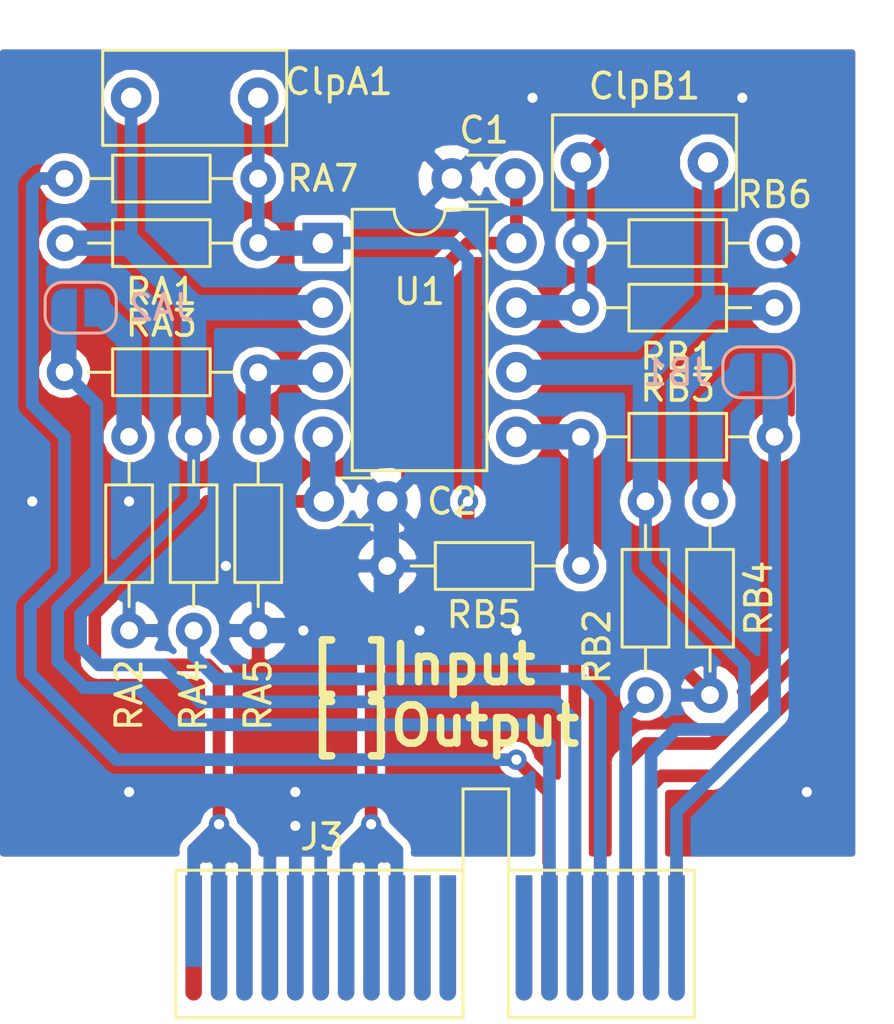
<source format=kicad_pcb>
(kicad_pcb (version 20171130) (host pcbnew 5.0.2-bee76a0~70~ubuntu16.04.1)

  (general
    (thickness 1.6)
    (drawings 1)
    (tracks 216)
    (zones 0)
    (modules 20)
    (nets 18)
  )

  (page A4)
  (layers
    (0 F.Cu signal)
    (31 B.Cu signal)
    (32 B.Adhes user)
    (33 F.Adhes user)
    (34 B.Paste user)
    (35 F.Paste user)
    (36 B.SilkS user)
    (37 F.SilkS user)
    (38 B.Mask user)
    (39 F.Mask user)
    (40 Dwgs.User user)
    (41 Cmts.User user)
    (42 Eco1.User user)
    (43 Eco2.User user)
    (44 Edge.Cuts user)
    (45 Margin user)
    (46 B.CrtYd user)
    (47 F.CrtYd user)
    (48 B.Fab user)
    (49 F.Fab user)
  )

  (setup
    (last_trace_width 0.5)
    (trace_clearance 0.3)
    (zone_clearance 0.3)
    (zone_45_only no)
    (trace_min 0.2)
    (segment_width 0.2)
    (edge_width 0.1)
    (via_size 0.8)
    (via_drill 0.4)
    (via_min_size 0.4)
    (via_min_drill 0.3)
    (uvia_size 0.3)
    (uvia_drill 0.1)
    (uvias_allowed no)
    (uvia_min_size 0.2)
    (uvia_min_drill 0.1)
    (pcb_text_width 0.3)
    (pcb_text_size 1.5 1.5)
    (mod_edge_width 0.15)
    (mod_text_size 1 1)
    (mod_text_width 0.15)
    (pad_size 1 0.5)
    (pad_drill 0)
    (pad_to_mask_clearance 0)
    (solder_mask_min_width 0.25)
    (aux_axis_origin 0 0)
    (visible_elements FFFFFF7F)
    (pcbplotparams
      (layerselection 0x010fc_ffffffff)
      (usegerberextensions false)
      (usegerberattributes false)
      (usegerberadvancedattributes false)
      (creategerberjobfile false)
      (excludeedgelayer true)
      (linewidth 0.100000)
      (plotframeref false)
      (viasonmask false)
      (mode 1)
      (useauxorigin false)
      (hpglpennumber 1)
      (hpglpenspeed 20)
      (hpglpendiameter 15.000000)
      (psnegative false)
      (psa4output false)
      (plotreference true)
      (plotvalue true)
      (plotinvisibletext false)
      (padsonsilk false)
      (subtractmaskfromsilk false)
      (outputformat 1)
      (mirror false)
      (drillshape 1)
      (scaleselection 1)
      (outputdirectory ""))
  )

  (net 0 "")
  (net 1 +15V)
  (net 2 GNDA)
  (net 3 -15V)
  (net 4 "Net-(RA3-Pad2)")
  (net 5 "Net-(RB3-Pad2)")
  (net 6 in_outA)
  (net 7 out_inA)
  (net 8 out_inB)
  (net 9 in_outB)
  (net 10 inB+)
  (net 11 inA+)
  (net 12 inB-)
  (net 13 inA-)
  (net 14 outA)
  (net 15 outB)
  (net 16 "Net-(JA2-Pad2)")
  (net 17 "Net-(JB1-Pad2)")

  (net_class Default "This is the default net class."
    (clearance 0.3)
    (trace_width 0.5)
    (via_dia 0.8)
    (via_drill 0.4)
    (uvia_dia 0.3)
    (uvia_drill 0.1)
    (add_net "Net-(JA2-Pad2)")
    (add_net "Net-(JB1-Pad2)")
    (add_net "Net-(RA3-Pad2)")
    (add_net "Net-(RB3-Pad2)")
    (add_net inA+)
    (add_net inA-)
    (add_net inB+)
    (add_net inB-)
    (add_net in_outA)
    (add_net in_outB)
    (add_net outA)
    (add_net outB)
    (add_net out_inA)
    (add_net out_inB)
  )

  (net_class power ""
    (clearance 0.3)
    (trace_width 0.5)
    (via_dia 0.8)
    (via_drill 0.4)
    (uvia_dia 0.3)
    (uvia_drill 0.1)
    (add_net +15V)
    (add_net -15V)
    (add_net GNDA)
  )

  (module Package_DIP:DIP-8_W7.62mm (layer F.Cu) (tedit 5A02E8C5) (tstamp 5CA24E4D)
    (at 101.6 39.37)
    (descr "8-lead though-hole mounted DIP package, row spacing 7.62 mm (300 mils)")
    (tags "THT DIP DIL PDIP 2.54mm 7.62mm 300mil")
    (path /5C54CA7D)
    (fp_text reference U1 (at 3.81 1.905) (layer F.SilkS)
      (effects (font (size 1 1) (thickness 0.15)))
    )
    (fp_text value LM4562 (at 3.81 9.95) (layer F.Fab)
      (effects (font (size 1 1) (thickness 0.15)))
    )
    (fp_arc (start 3.81 -1.33) (end 2.81 -1.33) (angle -180) (layer F.SilkS) (width 0.12))
    (fp_line (start 1.635 -1.27) (end 6.985 -1.27) (layer F.Fab) (width 0.1))
    (fp_line (start 6.985 -1.27) (end 6.985 8.89) (layer F.Fab) (width 0.1))
    (fp_line (start 6.985 8.89) (end 0.635 8.89) (layer F.Fab) (width 0.1))
    (fp_line (start 0.635 8.89) (end 0.635 -0.27) (layer F.Fab) (width 0.1))
    (fp_line (start 0.635 -0.27) (end 1.635 -1.27) (layer F.Fab) (width 0.1))
    (fp_line (start 2.81 -1.33) (end 1.16 -1.33) (layer F.SilkS) (width 0.12))
    (fp_line (start 1.16 -1.33) (end 1.16 8.95) (layer F.SilkS) (width 0.12))
    (fp_line (start 1.16 8.95) (end 6.46 8.95) (layer F.SilkS) (width 0.12))
    (fp_line (start 6.46 8.95) (end 6.46 -1.33) (layer F.SilkS) (width 0.12))
    (fp_line (start 6.46 -1.33) (end 4.81 -1.33) (layer F.SilkS) (width 0.12))
    (fp_line (start -1.1 -1.55) (end -1.1 9.15) (layer F.CrtYd) (width 0.05))
    (fp_line (start -1.1 9.15) (end 8.7 9.15) (layer F.CrtYd) (width 0.05))
    (fp_line (start 8.7 9.15) (end 8.7 -1.55) (layer F.CrtYd) (width 0.05))
    (fp_line (start 8.7 -1.55) (end -1.1 -1.55) (layer F.CrtYd) (width 0.05))
    (fp_text user %R (at 3.81 3.81) (layer F.Fab)
      (effects (font (size 1 1) (thickness 0.15)))
    )
    (pad 1 thru_hole rect (at 0 0) (size 1.6 1.6) (drill 0.8) (layers *.Cu *.Mask)
      (net 6 in_outA))
    (pad 5 thru_hole oval (at 7.62 7.62) (size 1.6 1.6) (drill 0.8) (layers *.Cu *.Mask)
      (net 5 "Net-(RB3-Pad2)"))
    (pad 2 thru_hole oval (at 0 2.54) (size 1.6 1.6) (drill 0.8) (layers *.Cu *.Mask)
      (net 7 out_inA))
    (pad 6 thru_hole oval (at 7.62 5.08) (size 1.6 1.6) (drill 0.8) (layers *.Cu *.Mask)
      (net 8 out_inB))
    (pad 3 thru_hole oval (at 0 5.08) (size 1.6 1.6) (drill 0.8) (layers *.Cu *.Mask)
      (net 4 "Net-(RA3-Pad2)"))
    (pad 7 thru_hole oval (at 7.62 2.54) (size 1.6 1.6) (drill 0.8) (layers *.Cu *.Mask)
      (net 9 in_outB))
    (pad 4 thru_hole oval (at 0 7.62) (size 1.6 1.6) (drill 0.8) (layers *.Cu *.Mask)
      (net 3 -15V))
    (pad 8 thru_hole oval (at 7.62 0) (size 1.6 1.6) (drill 0.8) (layers *.Cu *.Mask)
      (net 1 +15V))
    (model ${KISYS3DMOD}/Package_DIP.3dshapes/DIP-8_W7.62mm.wrl
      (at (xyz 0 0 0))
      (scale (xyz 1 1 1))
      (rotate (xyz 0 0 0))
    )
  )

  (module footprints:PCIexpress_1x_letters (layer F.Cu) (tedit 5C5476B0) (tstamp 5C54794C)
    (at 96.52 66.04)
    (descr "PCIexpress Bus Edge Connector")
    (tags "PCIexpress Bus Edge Connector")
    (path /5C5482AB)
    (attr virtual)
    (fp_text reference J3 (at 5.05 -3.31) (layer F.SilkS)
      (effects (font (size 1 1) (thickness 0.15)))
    )
    (fp_text value Conn_02x18_Row_Letter_First (at 16.48 -3.31) (layer F.Fab)
      (effects (font (size 1 1) (thickness 0.15)))
    )
    (fp_line (start 19.95 4.05) (end -0.95 4.05) (layer F.CrtYd) (width 0.05))
    (fp_line (start 19.95 4.05) (end 19.95 -5.45) (layer F.CrtYd) (width 0.05))
    (fp_line (start -0.95 -5.45) (end -0.95 4.05) (layer F.CrtYd) (width 0.05))
    (fp_line (start -0.95 -5.45) (end 19.95 -5.45) (layer F.CrtYd) (width 0.05))
    (fp_line (start 19.7 -2) (end 19.7 3.8) (layer F.SilkS) (width 0.12))
    (fp_line (start 12.4 -2) (end 12.4 3.8) (layer F.SilkS) (width 0.12))
    (fp_line (start 12.4 3.8) (end 19.7 3.8) (layer F.SilkS) (width 0.12))
    (fp_line (start 19.7 -2) (end 12.4 -2) (layer F.SilkS) (width 0.12))
    (fp_line (start -0.7 3.8) (end -0.7 -2) (layer F.SilkS) (width 0.12))
    (fp_line (start 10.6 3.8) (end -0.7 3.8) (layer F.SilkS) (width 0.12))
    (fp_line (start 10.6 -2) (end 10.6 3.8) (layer F.SilkS) (width 0.12))
    (fp_line (start -0.7 -2) (end 10.6 -2) (layer F.SilkS) (width 0.12))
    (fp_line (start 12.4 -5.2) (end 12.4 -2) (layer F.SilkS) (width 0.12))
    (fp_line (start 10.6 -5.2) (end 12.4 -5.2) (layer F.SilkS) (width 0.12))
    (fp_line (start 10.6 -2) (end 10.6 -5.2) (layer F.SilkS) (width 0.12))
    (fp_text user %R (at 9.5 0.662) (layer F.Fab)
      (effects (font (size 1 1) (thickness 0.15)))
    )
    (pad "" connect oval (at 1 2.8 90) (size 0.65 0.65) (layers B.Cu B.Mask))
    (pad "" connect oval (at 19 2.8 90) (size 0.65 0.65) (layers B.Cu B.Mask))
    (pad "" connect oval (at 18 2.8 90) (size 0.65 0.65) (layers B.Cu B.Mask))
    (pad "" connect oval (at 13 2.8 90) (size 0.65 0.65) (layers B.Cu B.Mask))
    (pad "" connect oval (at 10 2.8 90) (size 0.65 0.65) (layers B.Cu B.Mask))
    (pad "" connect oval (at 17 2.8 90) (size 0.65 0.65) (layers B.Cu B.Mask))
    (pad "" connect oval (at 14 2.8 90) (size 0.65 0.65) (layers B.Cu B.Mask))
    (pad "" connect oval (at 2 2.8 90) (size 0.65 0.65) (layers B.Cu B.Mask))
    (pad "" connect oval (at 16 2.8 90) (size 0.65 0.65) (layers B.Cu B.Mask))
    (pad "" connect oval (at 15 2.8 90) (size 0.65 0.65) (layers B.Cu B.Mask))
    (pad "" connect oval (at 9 2.8 90) (size 0.65 0.65) (layers B.Cu B.Mask))
    (pad "" connect oval (at 8 2.8 90) (size 0.65 0.65) (layers B.Cu B.Mask))
    (pad "" connect oval (at 7 2.8 90) (size 0.65 0.65) (layers B.Cu B.Mask))
    (pad "" connect oval (at 6 2.8 90) (size 0.65 0.65) (layers B.Cu B.Mask))
    (pad "" connect oval (at 5 2.8 90) (size 0.65 0.65) (layers B.Cu B.Mask))
    (pad "" connect oval (at 4 2.8 90) (size 0.65 0.65) (layers B.Cu B.Mask))
    (pad "" connect oval (at 3 2.8 90) (size 0.65 0.65) (layers B.Cu B.Mask))
    (pad "" connect circle (at 1 2.8) (size 0.65 0.65) (layers F.Cu F.Mask))
    (pad "" connect circle (at 17 2.8) (size 0.65 0.65) (layers F.Cu F.Mask))
    (pad "" connect circle (at 16 2.8) (size 0.65 0.65) (layers F.Cu F.Mask))
    (pad "" connect circle (at 15 2.8) (size 0.65 0.65) (layers F.Cu F.Mask))
    (pad "" connect circle (at 14 2.8) (size 0.65 0.65) (layers F.Cu F.Mask))
    (pad "" connect circle (at 13 2.8) (size 0.65 0.65) (layers F.Cu F.Mask))
    (pad "" connect circle (at 0 2.8) (size 0.65 0.65) (layers F.Cu F.Mask))
    (pad "" connect circle (at 10 2.8) (size 0.65 0.65) (layers F.Cu F.Mask))
    (pad "" connect circle (at 9 2.8) (size 0.65 0.65) (layers F.Cu F.Mask))
    (pad "" connect circle (at 8 2.8) (size 0.65 0.65) (layers F.Cu F.Mask))
    (pad "" connect circle (at 7 2.8) (size 0.65 0.65) (layers F.Cu F.Mask))
    (pad "" connect circle (at 6 2.8) (size 0.65 0.65) (layers F.Cu F.Mask))
    (pad "" connect circle (at 5 2.8) (size 0.65 0.65) (layers F.Cu F.Mask))
    (pad "" connect circle (at 4 2.8) (size 0.65 0.65) (layers F.Cu F.Mask))
    (pad "" connect circle (at 3 2.8) (size 0.65 0.65) (layers F.Cu F.Mask))
    (pad "" connect circle (at 2 2.8) (size 0.65 0.65) (layers F.Cu F.Mask))
    (pad 13a connect rect (at 14 0.5) (size 0.65 4.6) (layers B.Cu B.Mask)
      (net 11 inA+))
    (pad 12a connect rect (at 13 0.5) (size 0.65 4.6) (layers B.Cu B.Mask))
    (pad 18a connect rect (at 19 0.5) (size 0.65 4.6) (layers B.Cu B.Mask)
      (net 10 inB+))
    (pad 17a connect rect (at 18 0.5) (size 0.65 4.6) (layers B.Cu B.Mask)
      (net 8 out_inB))
    (pad 16a connect rect (at 17 0.5) (size 0.65 4.6) (layers B.Cu B.Mask)
      (net 12 inB-))
    (pad 15a connect rect (at 16 0.5) (size 0.65 4.6) (layers B.Cu B.Mask)
      (net 13 inA-))
    (pad 14a connect rect (at 15 0.5) (size 0.65 4.6) (layers B.Cu B.Mask)
      (net 7 out_inA))
    (pad 11a connect rect (at 10 0.5) (size 0.65 4.6) (layers B.Cu B.Mask))
    (pad 10a connect rect (at 9 0.5) (size 0.65 4.6) (layers B.Cu B.Mask))
    (pad 9a connect rect (at 8 0.5) (size 0.65 4.6) (layers B.Cu B.Mask)
      (net 1 +15V))
    (pad 8a connect rect (at 7 0.5) (size 0.65 4.6) (layers B.Cu B.Mask)
      (net 1 +15V))
    (pad 7a connect rect (at 6 0.5) (size 0.65 4.6) (layers B.Cu B.Mask)
      (net 1 +15V))
    (pad 6a connect rect (at 5 0.5) (size 0.65 4.6) (layers B.Cu B.Mask)
      (net 2 GNDA))
    (pad 5a connect rect (at 4 0.5) (size 0.65 4.6) (layers B.Cu B.Mask)
      (net 2 GNDA))
    (pad 4a connect rect (at 3 0.5) (size 0.65 4.6) (layers B.Cu B.Mask)
      (net 2 GNDA))
    (pad 3a connect rect (at 2 0.5) (size 0.65 4.6) (layers B.Cu B.Mask)
      (net 3 -15V))
    (pad 2a connect rect (at 1 0.5) (size 0.65 4.6) (layers B.Cu B.Mask)
      (net 3 -15V))
    (pad 1a connect rect (at 0 0) (size 0.65 3.6) (layers B.Cu B.Mask)
      (net 3 -15V))
    (pad 13b connect rect (at 14 0.5) (size 0.65 4.6) (layers F.Cu F.Mask)
      (net 14 outA))
    (pad 12b connect rect (at 13 0.5) (size 0.65 4.6) (layers F.Cu F.Mask))
    (pad 18b connect rect (at 19 0.5) (size 0.65 4.6) (layers F.Cu F.Mask)
      (net 2 GNDA))
    (pad 17b connect rect (at 18 0) (size 0.65 3.6) (layers F.Cu F.Mask)
      (net 9 in_outB))
    (pad 16b connect rect (at 17 0.5) (size 0.65 4.6) (layers F.Cu F.Mask)
      (net 15 outB))
    (pad 15b connect rect (at 16 0.5) (size 0.65 4.6) (layers F.Cu F.Mask)
      (net 2 GNDA))
    (pad 14b connect rect (at 15 0.5) (size 0.65 4.6) (layers F.Cu F.Mask)
      (net 6 in_outA))
    (pad 11b connect rect (at 10 0.5) (size 0.65 4.6) (layers F.Cu F.Mask))
    (pad 10b connect rect (at 9 0.5) (size 0.65 4.6) (layers F.Cu F.Mask))
    (pad 9b connect rect (at 8 0.5) (size 0.65 4.6) (layers F.Cu F.Mask)
      (net 1 +15V))
    (pad 8b connect rect (at 7 0.5) (size 0.65 4.6) (layers F.Cu F.Mask)
      (net 1 +15V))
    (pad 7b connect rect (at 6 0.5) (size 0.65 4.6) (layers F.Cu F.Mask)
      (net 1 +15V))
    (pad 6b connect rect (at 5 0.5) (size 0.65 4.6) (layers F.Cu F.Mask)
      (net 2 GNDA))
    (pad 5b connect rect (at 4 0.5) (size 0.65 4.6) (layers F.Cu F.Mask)
      (net 2 GNDA))
    (pad 4b connect rect (at 3 0.5) (size 0.65 4.6) (layers F.Cu F.Mask)
      (net 2 GNDA))
    (pad 3b connect rect (at 2 0.5) (size 0.65 4.6) (layers F.Cu F.Mask)
      (net 3 -15V))
    (pad 2b connect rect (at 1 0.5) (size 0.65 4.6) (layers F.Cu F.Mask)
      (net 3 -15V))
    (pad 1b connect rect (at 0 0.5) (size 0.65 4.6) (layers F.Cu F.Mask)
      (net 3 -15V))
    (pad "" connect circle (at 19 2.8) (size 0.65 0.65) (layers F.Cu F.Mask))
  )

  (module Resistor_THT:R_Axial_DIN0204_L3.6mm_D1.6mm_P7.62mm_Horizontal (layer F.Cu) (tedit 5AE5139B) (tstamp 5CA24D4F)
    (at 96.52 54.61 90)
    (descr "Resistor, Axial_DIN0204 series, Axial, Horizontal, pin pitch=7.62mm, 0.167W, length*diameter=3.6*1.6mm^2, http://cdn-reichelt.de/documents/datenblatt/B400/1_4W%23YAG.pdf")
    (tags "Resistor Axial_DIN0204 series Axial Horizontal pin pitch 7.62mm 0.167W length 3.6mm diameter 1.6mm")
    (path /5C54CA8C)
    (fp_text reference RA2 (at -2.54 -2.54 90) (layer F.SilkS)
      (effects (font (size 1 1) (thickness 0.15)))
    )
    (fp_text value 10k (at 3.81 1.92 90) (layer F.Fab)
      (effects (font (size 1 1) (thickness 0.15)))
    )
    (fp_line (start 2.01 -0.8) (end 2.01 0.8) (layer F.Fab) (width 0.1))
    (fp_line (start 2.01 0.8) (end 5.61 0.8) (layer F.Fab) (width 0.1))
    (fp_line (start 5.61 0.8) (end 5.61 -0.8) (layer F.Fab) (width 0.1))
    (fp_line (start 5.61 -0.8) (end 2.01 -0.8) (layer F.Fab) (width 0.1))
    (fp_line (start 0 0) (end 2.01 0) (layer F.Fab) (width 0.1))
    (fp_line (start 7.62 0) (end 5.61 0) (layer F.Fab) (width 0.1))
    (fp_line (start 1.89 -0.92) (end 1.89 0.92) (layer F.SilkS) (width 0.12))
    (fp_line (start 1.89 0.92) (end 5.73 0.92) (layer F.SilkS) (width 0.12))
    (fp_line (start 5.73 0.92) (end 5.73 -0.92) (layer F.SilkS) (width 0.12))
    (fp_line (start 5.73 -0.92) (end 1.89 -0.92) (layer F.SilkS) (width 0.12))
    (fp_line (start 0.94 0) (end 1.89 0) (layer F.SilkS) (width 0.12))
    (fp_line (start 6.68 0) (end 5.73 0) (layer F.SilkS) (width 0.12))
    (fp_line (start -0.95 -1.05) (end -0.95 1.05) (layer F.CrtYd) (width 0.05))
    (fp_line (start -0.95 1.05) (end 8.57 1.05) (layer F.CrtYd) (width 0.05))
    (fp_line (start 8.57 1.05) (end 8.57 -1.05) (layer F.CrtYd) (width 0.05))
    (fp_line (start 8.57 -1.05) (end -0.95 -1.05) (layer F.CrtYd) (width 0.05))
    (fp_text user %R (at 3.81 0 90) (layer F.Fab)
      (effects (font (size 0.72 0.72) (thickness 0.108)))
    )
    (pad 1 thru_hole circle (at 0 0 90) (size 1.4 1.4) (drill 0.7) (layers *.Cu *.Mask)
      (net 13 inA-))
    (pad 2 thru_hole oval (at 7.62 0 90) (size 1.4 1.4) (drill 0.7) (layers *.Cu *.Mask)
      (net 7 out_inA))
    (model ${KISYS3DMOD}/Resistor_THT.3dshapes/R_Axial_DIN0204_L3.6mm_D1.6mm_P7.62mm_Horizontal.wrl
      (at (xyz 0 0 0))
      (scale (xyz 1 1 1))
      (rotate (xyz 0 0 0))
    )
  )

  (module Resistor_THT:R_Axial_DIN0204_L3.6mm_D1.6mm_P7.62mm_Horizontal (layer F.Cu) (tedit 5AE5139B) (tstamp 5CA24B48)
    (at 91.44 44.45)
    (descr "Resistor, Axial_DIN0204 series, Axial, Horizontal, pin pitch=7.62mm, 0.167W, length*diameter=3.6*1.6mm^2, http://cdn-reichelt.de/documents/datenblatt/B400/1_4W%23YAG.pdf")
    (tags "Resistor Axial_DIN0204 series Axial Horizontal pin pitch 7.62mm 0.167W length 3.6mm diameter 1.6mm")
    (path /5C54CAA4)
    (fp_text reference RA3 (at 3.81 -1.92) (layer F.SilkS)
      (effects (font (size 1 1) (thickness 0.15)))
    )
    (fp_text value 10k (at 3.81 1.92) (layer F.Fab)
      (effects (font (size 1 1) (thickness 0.15)))
    )
    (fp_text user %R (at 3.81 0) (layer F.Fab)
      (effects (font (size 0.72 0.72) (thickness 0.108)))
    )
    (fp_line (start 8.57 -1.05) (end -0.95 -1.05) (layer F.CrtYd) (width 0.05))
    (fp_line (start 8.57 1.05) (end 8.57 -1.05) (layer F.CrtYd) (width 0.05))
    (fp_line (start -0.95 1.05) (end 8.57 1.05) (layer F.CrtYd) (width 0.05))
    (fp_line (start -0.95 -1.05) (end -0.95 1.05) (layer F.CrtYd) (width 0.05))
    (fp_line (start 6.68 0) (end 5.73 0) (layer F.SilkS) (width 0.12))
    (fp_line (start 0.94 0) (end 1.89 0) (layer F.SilkS) (width 0.12))
    (fp_line (start 5.73 -0.92) (end 1.89 -0.92) (layer F.SilkS) (width 0.12))
    (fp_line (start 5.73 0.92) (end 5.73 -0.92) (layer F.SilkS) (width 0.12))
    (fp_line (start 1.89 0.92) (end 5.73 0.92) (layer F.SilkS) (width 0.12))
    (fp_line (start 1.89 -0.92) (end 1.89 0.92) (layer F.SilkS) (width 0.12))
    (fp_line (start 7.62 0) (end 5.61 0) (layer F.Fab) (width 0.1))
    (fp_line (start 0 0) (end 2.01 0) (layer F.Fab) (width 0.1))
    (fp_line (start 5.61 -0.8) (end 2.01 -0.8) (layer F.Fab) (width 0.1))
    (fp_line (start 5.61 0.8) (end 5.61 -0.8) (layer F.Fab) (width 0.1))
    (fp_line (start 2.01 0.8) (end 5.61 0.8) (layer F.Fab) (width 0.1))
    (fp_line (start 2.01 -0.8) (end 2.01 0.8) (layer F.Fab) (width 0.1))
    (pad 2 thru_hole oval (at 7.62 0) (size 1.4 1.4) (drill 0.7) (layers *.Cu *.Mask)
      (net 4 "Net-(RA3-Pad2)"))
    (pad 1 thru_hole circle (at 0 0) (size 1.4 1.4) (drill 0.7) (layers *.Cu *.Mask)
      (net 11 inA+))
    (model ${KISYS3DMOD}/Resistor_THT.3dshapes/R_Axial_DIN0204_L3.6mm_D1.6mm_P7.62mm_Horizontal.wrl
      (at (xyz 0 0 0))
      (scale (xyz 1 1 1))
      (rotate (xyz 0 0 0))
    )
  )

  (module Resistor_THT:R_Axial_DIN0204_L3.6mm_D1.6mm_P7.62mm_Horizontal (layer F.Cu) (tedit 5AE5139B) (tstamp 5CA24BBD)
    (at 93.98 46.99 270)
    (descr "Resistor, Axial_DIN0204 series, Axial, Horizontal, pin pitch=7.62mm, 0.167W, length*diameter=3.6*1.6mm^2, http://cdn-reichelt.de/documents/datenblatt/B400/1_4W%23YAG.pdf")
    (tags "Resistor Axial_DIN0204 series Axial Horizontal pin pitch 7.62mm 0.167W length 3.6mm diameter 1.6mm")
    (path /5C54CAB9)
    (fp_text reference RA4 (at 10.16 -2.54 270) (layer F.SilkS)
      (effects (font (size 1 1) (thickness 0.15)))
    )
    (fp_text value 10 (at 3.81 1.92 270) (layer F.Fab)
      (effects (font (size 1 1) (thickness 0.15)))
    )
    (fp_text user %R (at 3.81 0 270) (layer F.Fab)
      (effects (font (size 0.72 0.72) (thickness 0.108)))
    )
    (fp_line (start 8.57 -1.05) (end -0.95 -1.05) (layer F.CrtYd) (width 0.05))
    (fp_line (start 8.57 1.05) (end 8.57 -1.05) (layer F.CrtYd) (width 0.05))
    (fp_line (start -0.95 1.05) (end 8.57 1.05) (layer F.CrtYd) (width 0.05))
    (fp_line (start -0.95 -1.05) (end -0.95 1.05) (layer F.CrtYd) (width 0.05))
    (fp_line (start 6.68 0) (end 5.73 0) (layer F.SilkS) (width 0.12))
    (fp_line (start 0.94 0) (end 1.89 0) (layer F.SilkS) (width 0.12))
    (fp_line (start 5.73 -0.92) (end 1.89 -0.92) (layer F.SilkS) (width 0.12))
    (fp_line (start 5.73 0.92) (end 5.73 -0.92) (layer F.SilkS) (width 0.12))
    (fp_line (start 1.89 0.92) (end 5.73 0.92) (layer F.SilkS) (width 0.12))
    (fp_line (start 1.89 -0.92) (end 1.89 0.92) (layer F.SilkS) (width 0.12))
    (fp_line (start 7.62 0) (end 5.61 0) (layer F.Fab) (width 0.1))
    (fp_line (start 0 0) (end 2.01 0) (layer F.Fab) (width 0.1))
    (fp_line (start 5.61 -0.8) (end 2.01 -0.8) (layer F.Fab) (width 0.1))
    (fp_line (start 5.61 0.8) (end 5.61 -0.8) (layer F.Fab) (width 0.1))
    (fp_line (start 2.01 0.8) (end 5.61 0.8) (layer F.Fab) (width 0.1))
    (fp_line (start 2.01 -0.8) (end 2.01 0.8) (layer F.Fab) (width 0.1))
    (pad 2 thru_hole oval (at 7.62 0 270) (size 1.4 1.4) (drill 0.7) (layers *.Cu *.Mask)
      (net 2 GNDA))
    (pad 1 thru_hole circle (at 0 0 270) (size 1.4 1.4) (drill 0.7) (layers *.Cu *.Mask)
      (net 16 "Net-(JA2-Pad2)"))
    (model ${KISYS3DMOD}/Resistor_THT.3dshapes/R_Axial_DIN0204_L3.6mm_D1.6mm_P7.62mm_Horizontal.wrl
      (at (xyz 0 0 0))
      (scale (xyz 1 1 1))
      (rotate (xyz 0 0 0))
    )
  )

  (module Resistor_THT:R_Axial_DIN0204_L3.6mm_D1.6mm_P7.62mm_Horizontal (layer F.Cu) (tedit 5AE5139B) (tstamp 5CA24D91)
    (at 99.06 46.99 270)
    (descr "Resistor, Axial_DIN0204 series, Axial, Horizontal, pin pitch=7.62mm, 0.167W, length*diameter=3.6*1.6mm^2, http://cdn-reichelt.de/documents/datenblatt/B400/1_4W%23YAG.pdf")
    (tags "Resistor Axial_DIN0204 series Axial Horizontal pin pitch 7.62mm 0.167W length 3.6mm diameter 1.6mm")
    (path /5C54CAAC)
    (fp_text reference RA5 (at 10.16 0 270) (layer F.SilkS)
      (effects (font (size 1 1) (thickness 0.15)))
    )
    (fp_text value 10k (at 3.81 1.92 270) (layer F.Fab)
      (effects (font (size 1 1) (thickness 0.15)))
    )
    (fp_line (start 2.01 -0.8) (end 2.01 0.8) (layer F.Fab) (width 0.1))
    (fp_line (start 2.01 0.8) (end 5.61 0.8) (layer F.Fab) (width 0.1))
    (fp_line (start 5.61 0.8) (end 5.61 -0.8) (layer F.Fab) (width 0.1))
    (fp_line (start 5.61 -0.8) (end 2.01 -0.8) (layer F.Fab) (width 0.1))
    (fp_line (start 0 0) (end 2.01 0) (layer F.Fab) (width 0.1))
    (fp_line (start 7.62 0) (end 5.61 0) (layer F.Fab) (width 0.1))
    (fp_line (start 1.89 -0.92) (end 1.89 0.92) (layer F.SilkS) (width 0.12))
    (fp_line (start 1.89 0.92) (end 5.73 0.92) (layer F.SilkS) (width 0.12))
    (fp_line (start 5.73 0.92) (end 5.73 -0.92) (layer F.SilkS) (width 0.12))
    (fp_line (start 5.73 -0.92) (end 1.89 -0.92) (layer F.SilkS) (width 0.12))
    (fp_line (start 0.94 0) (end 1.89 0) (layer F.SilkS) (width 0.12))
    (fp_line (start 6.68 0) (end 5.73 0) (layer F.SilkS) (width 0.12))
    (fp_line (start -0.95 -1.05) (end -0.95 1.05) (layer F.CrtYd) (width 0.05))
    (fp_line (start -0.95 1.05) (end 8.57 1.05) (layer F.CrtYd) (width 0.05))
    (fp_line (start 8.57 1.05) (end 8.57 -1.05) (layer F.CrtYd) (width 0.05))
    (fp_line (start 8.57 -1.05) (end -0.95 -1.05) (layer F.CrtYd) (width 0.05))
    (fp_text user %R (at 3.81 0 270) (layer F.Fab)
      (effects (font (size 0.72 0.72) (thickness 0.108)))
    )
    (pad 1 thru_hole circle (at 0 0 270) (size 1.4 1.4) (drill 0.7) (layers *.Cu *.Mask)
      (net 4 "Net-(RA3-Pad2)"))
    (pad 2 thru_hole oval (at 7.62 0 270) (size 1.4 1.4) (drill 0.7) (layers *.Cu *.Mask)
      (net 2 GNDA))
    (model ${KISYS3DMOD}/Resistor_THT.3dshapes/R_Axial_DIN0204_L3.6mm_D1.6mm_P7.62mm_Horizontal.wrl
      (at (xyz 0 0 0))
      (scale (xyz 1 1 1))
      (rotate (xyz 0 0 0))
    )
  )

  (module Resistor_THT:R_Axial_DIN0204_L3.6mm_D1.6mm_P7.62mm_Horizontal (layer F.Cu) (tedit 5AE5139B) (tstamp 5CA24E06)
    (at 119.38 41.91 180)
    (descr "Resistor, Axial_DIN0204 series, Axial, Horizontal, pin pitch=7.62mm, 0.167W, length*diameter=3.6*1.6mm^2, http://cdn-reichelt.de/documents/datenblatt/B400/1_4W%23YAG.pdf")
    (tags "Resistor Axial_DIN0204 series Axial Horizontal pin pitch 7.62mm 0.167W length 3.6mm diameter 1.6mm")
    (path /5C54CB19)
    (fp_text reference RB1 (at 3.81 -1.92 180) (layer F.SilkS)
      (effects (font (size 1 1) (thickness 0.15)))
    )
    (fp_text value 10k (at 3.81 1.92 180) (layer F.Fab)
      (effects (font (size 1 1) (thickness 0.15)))
    )
    (fp_line (start 2.01 -0.8) (end 2.01 0.8) (layer F.Fab) (width 0.1))
    (fp_line (start 2.01 0.8) (end 5.61 0.8) (layer F.Fab) (width 0.1))
    (fp_line (start 5.61 0.8) (end 5.61 -0.8) (layer F.Fab) (width 0.1))
    (fp_line (start 5.61 -0.8) (end 2.01 -0.8) (layer F.Fab) (width 0.1))
    (fp_line (start 0 0) (end 2.01 0) (layer F.Fab) (width 0.1))
    (fp_line (start 7.62 0) (end 5.61 0) (layer F.Fab) (width 0.1))
    (fp_line (start 1.89 -0.92) (end 1.89 0.92) (layer F.SilkS) (width 0.12))
    (fp_line (start 1.89 0.92) (end 5.73 0.92) (layer F.SilkS) (width 0.12))
    (fp_line (start 5.73 0.92) (end 5.73 -0.92) (layer F.SilkS) (width 0.12))
    (fp_line (start 5.73 -0.92) (end 1.89 -0.92) (layer F.SilkS) (width 0.12))
    (fp_line (start 0.94 0) (end 1.89 0) (layer F.SilkS) (width 0.12))
    (fp_line (start 6.68 0) (end 5.73 0) (layer F.SilkS) (width 0.12))
    (fp_line (start -0.95 -1.05) (end -0.95 1.05) (layer F.CrtYd) (width 0.05))
    (fp_line (start -0.95 1.05) (end 8.57 1.05) (layer F.CrtYd) (width 0.05))
    (fp_line (start 8.57 1.05) (end 8.57 -1.05) (layer F.CrtYd) (width 0.05))
    (fp_line (start 8.57 -1.05) (end -0.95 -1.05) (layer F.CrtYd) (width 0.05))
    (fp_text user %R (at 3.81 0 180) (layer F.Fab)
      (effects (font (size 0.72 0.72) (thickness 0.108)))
    )
    (pad 1 thru_hole circle (at 0 0 180) (size 1.4 1.4) (drill 0.7) (layers *.Cu *.Mask)
      (net 8 out_inB))
    (pad 2 thru_hole oval (at 7.62 0 180) (size 1.4 1.4) (drill 0.7) (layers *.Cu *.Mask)
      (net 9 in_outB))
    (model ${KISYS3DMOD}/Resistor_THT.3dshapes/R_Axial_DIN0204_L3.6mm_D1.6mm_P7.62mm_Horizontal.wrl
      (at (xyz 0 0 0))
      (scale (xyz 1 1 1))
      (rotate (xyz 0 0 0))
    )
  )

  (module Resistor_THT:R_Axial_DIN0204_L3.6mm_D1.6mm_P7.62mm_Horizontal (layer F.Cu) (tedit 5AE5139B) (tstamp 5CA24C29)
    (at 114.3 57.15 90)
    (descr "Resistor, Axial_DIN0204 series, Axial, Horizontal, pin pitch=7.62mm, 0.167W, length*diameter=3.6*1.6mm^2, http://cdn-reichelt.de/documents/datenblatt/B400/1_4W%23YAG.pdf")
    (tags "Resistor Axial_DIN0204 series Axial Horizontal pin pitch 7.62mm 0.167W length 3.6mm diameter 1.6mm")
    (path /5C54CAD8)
    (fp_text reference RB2 (at 1.905 -1.905 90) (layer F.SilkS)
      (effects (font (size 1 1) (thickness 0.15)))
    )
    (fp_text value 10k (at 3.81 1.92 90) (layer F.Fab)
      (effects (font (size 1 1) (thickness 0.15)))
    )
    (fp_line (start 2.01 -0.8) (end 2.01 0.8) (layer F.Fab) (width 0.1))
    (fp_line (start 2.01 0.8) (end 5.61 0.8) (layer F.Fab) (width 0.1))
    (fp_line (start 5.61 0.8) (end 5.61 -0.8) (layer F.Fab) (width 0.1))
    (fp_line (start 5.61 -0.8) (end 2.01 -0.8) (layer F.Fab) (width 0.1))
    (fp_line (start 0 0) (end 2.01 0) (layer F.Fab) (width 0.1))
    (fp_line (start 7.62 0) (end 5.61 0) (layer F.Fab) (width 0.1))
    (fp_line (start 1.89 -0.92) (end 1.89 0.92) (layer F.SilkS) (width 0.12))
    (fp_line (start 1.89 0.92) (end 5.73 0.92) (layer F.SilkS) (width 0.12))
    (fp_line (start 5.73 0.92) (end 5.73 -0.92) (layer F.SilkS) (width 0.12))
    (fp_line (start 5.73 -0.92) (end 1.89 -0.92) (layer F.SilkS) (width 0.12))
    (fp_line (start 0.94 0) (end 1.89 0) (layer F.SilkS) (width 0.12))
    (fp_line (start 6.68 0) (end 5.73 0) (layer F.SilkS) (width 0.12))
    (fp_line (start -0.95 -1.05) (end -0.95 1.05) (layer F.CrtYd) (width 0.05))
    (fp_line (start -0.95 1.05) (end 8.57 1.05) (layer F.CrtYd) (width 0.05))
    (fp_line (start 8.57 1.05) (end 8.57 -1.05) (layer F.CrtYd) (width 0.05))
    (fp_line (start 8.57 -1.05) (end -0.95 -1.05) (layer F.CrtYd) (width 0.05))
    (fp_text user %R (at 3.81 0 90) (layer F.Fab)
      (effects (font (size 0.72 0.72) (thickness 0.108)))
    )
    (pad 1 thru_hole circle (at 0 0 90) (size 1.4 1.4) (drill 0.7) (layers *.Cu *.Mask)
      (net 12 inB-))
    (pad 2 thru_hole oval (at 7.62 0 90) (size 1.4 1.4) (drill 0.7) (layers *.Cu *.Mask)
      (net 8 out_inB))
    (model ${KISYS3DMOD}/Resistor_THT.3dshapes/R_Axial_DIN0204_L3.6mm_D1.6mm_P7.62mm_Horizontal.wrl
      (at (xyz 0 0 0))
      (scale (xyz 1 1 1))
      (rotate (xyz 0 0 0))
    )
  )

  (module Resistor_THT:R_Axial_DIN0204_L3.6mm_D1.6mm_P7.62mm_Horizontal (layer F.Cu) (tedit 5AE5139B) (tstamp 5CA24AD9)
    (at 119.38 46.99 180)
    (descr "Resistor, Axial_DIN0204 series, Axial, Horizontal, pin pitch=7.62mm, 0.167W, length*diameter=3.6*1.6mm^2, http://cdn-reichelt.de/documents/datenblatt/B400/1_4W%23YAG.pdf")
    (tags "Resistor Axial_DIN0204 series Axial Horizontal pin pitch 7.62mm 0.167W length 3.6mm diameter 1.6mm")
    (path /5C54CAE4)
    (fp_text reference RB3 (at 3.81 1.905 180) (layer F.SilkS)
      (effects (font (size 1 1) (thickness 0.15)))
    )
    (fp_text value 10k (at 3.81 1.92 180) (layer F.Fab)
      (effects (font (size 1 1) (thickness 0.15)))
    )
    (fp_text user %R (at 3.81 0 180) (layer F.Fab)
      (effects (font (size 0.72 0.72) (thickness 0.108)))
    )
    (fp_line (start 8.57 -1.05) (end -0.95 -1.05) (layer F.CrtYd) (width 0.05))
    (fp_line (start 8.57 1.05) (end 8.57 -1.05) (layer F.CrtYd) (width 0.05))
    (fp_line (start -0.95 1.05) (end 8.57 1.05) (layer F.CrtYd) (width 0.05))
    (fp_line (start -0.95 -1.05) (end -0.95 1.05) (layer F.CrtYd) (width 0.05))
    (fp_line (start 6.68 0) (end 5.73 0) (layer F.SilkS) (width 0.12))
    (fp_line (start 0.94 0) (end 1.89 0) (layer F.SilkS) (width 0.12))
    (fp_line (start 5.73 -0.92) (end 1.89 -0.92) (layer F.SilkS) (width 0.12))
    (fp_line (start 5.73 0.92) (end 5.73 -0.92) (layer F.SilkS) (width 0.12))
    (fp_line (start 1.89 0.92) (end 5.73 0.92) (layer F.SilkS) (width 0.12))
    (fp_line (start 1.89 -0.92) (end 1.89 0.92) (layer F.SilkS) (width 0.12))
    (fp_line (start 7.62 0) (end 5.61 0) (layer F.Fab) (width 0.1))
    (fp_line (start 0 0) (end 2.01 0) (layer F.Fab) (width 0.1))
    (fp_line (start 5.61 -0.8) (end 2.01 -0.8) (layer F.Fab) (width 0.1))
    (fp_line (start 5.61 0.8) (end 5.61 -0.8) (layer F.Fab) (width 0.1))
    (fp_line (start 2.01 0.8) (end 5.61 0.8) (layer F.Fab) (width 0.1))
    (fp_line (start 2.01 -0.8) (end 2.01 0.8) (layer F.Fab) (width 0.1))
    (pad 2 thru_hole oval (at 7.62 0 180) (size 1.4 1.4) (drill 0.7) (layers *.Cu *.Mask)
      (net 5 "Net-(RB3-Pad2)"))
    (pad 1 thru_hole circle (at 0 0 180) (size 1.4 1.4) (drill 0.7) (layers *.Cu *.Mask)
      (net 10 inB+))
    (model ${KISYS3DMOD}/Resistor_THT.3dshapes/R_Axial_DIN0204_L3.6mm_D1.6mm_P7.62mm_Horizontal.wrl
      (at (xyz 0 0 0))
      (scale (xyz 1 1 1))
      (rotate (xyz 0 0 0))
    )
  )

  (module Resistor_THT:R_Axial_DIN0204_L3.6mm_D1.6mm_P7.62mm_Horizontal (layer F.Cu) (tedit 5AE5139B) (tstamp 5CA24C6B)
    (at 116.84 49.53 270)
    (descr "Resistor, Axial_DIN0204 series, Axial, Horizontal, pin pitch=7.62mm, 0.167W, length*diameter=3.6*1.6mm^2, http://cdn-reichelt.de/documents/datenblatt/B400/1_4W%23YAG.pdf")
    (tags "Resistor Axial_DIN0204 series Axial Horizontal pin pitch 7.62mm 0.167W length 3.6mm diameter 1.6mm")
    (path /5C54CAF8)
    (fp_text reference RB4 (at 3.81 -1.92 270) (layer F.SilkS)
      (effects (font (size 1 1) (thickness 0.15)))
    )
    (fp_text value 10 (at 3.81 1.92 270) (layer F.Fab)
      (effects (font (size 1 1) (thickness 0.15)))
    )
    (fp_text user %R (at 3.81 0 270) (layer F.Fab)
      (effects (font (size 0.72 0.72) (thickness 0.108)))
    )
    (fp_line (start 8.57 -1.05) (end -0.95 -1.05) (layer F.CrtYd) (width 0.05))
    (fp_line (start 8.57 1.05) (end 8.57 -1.05) (layer F.CrtYd) (width 0.05))
    (fp_line (start -0.95 1.05) (end 8.57 1.05) (layer F.CrtYd) (width 0.05))
    (fp_line (start -0.95 -1.05) (end -0.95 1.05) (layer F.CrtYd) (width 0.05))
    (fp_line (start 6.68 0) (end 5.73 0) (layer F.SilkS) (width 0.12))
    (fp_line (start 0.94 0) (end 1.89 0) (layer F.SilkS) (width 0.12))
    (fp_line (start 5.73 -0.92) (end 1.89 -0.92) (layer F.SilkS) (width 0.12))
    (fp_line (start 5.73 0.92) (end 5.73 -0.92) (layer F.SilkS) (width 0.12))
    (fp_line (start 1.89 0.92) (end 5.73 0.92) (layer F.SilkS) (width 0.12))
    (fp_line (start 1.89 -0.92) (end 1.89 0.92) (layer F.SilkS) (width 0.12))
    (fp_line (start 7.62 0) (end 5.61 0) (layer F.Fab) (width 0.1))
    (fp_line (start 0 0) (end 2.01 0) (layer F.Fab) (width 0.1))
    (fp_line (start 5.61 -0.8) (end 2.01 -0.8) (layer F.Fab) (width 0.1))
    (fp_line (start 5.61 0.8) (end 5.61 -0.8) (layer F.Fab) (width 0.1))
    (fp_line (start 2.01 0.8) (end 5.61 0.8) (layer F.Fab) (width 0.1))
    (fp_line (start 2.01 -0.8) (end 2.01 0.8) (layer F.Fab) (width 0.1))
    (pad 2 thru_hole oval (at 7.62 0 270) (size 1.4 1.4) (drill 0.7) (layers *.Cu *.Mask)
      (net 2 GNDA))
    (pad 1 thru_hole circle (at 0 0 270) (size 1.4 1.4) (drill 0.7) (layers *.Cu *.Mask)
      (net 17 "Net-(JB1-Pad2)"))
    (model ${KISYS3DMOD}/Resistor_THT.3dshapes/R_Axial_DIN0204_L3.6mm_D1.6mm_P7.62mm_Horizontal.wrl
      (at (xyz 0 0 0))
      (scale (xyz 1 1 1))
      (rotate (xyz 0 0 0))
    )
  )

  (module Resistor_THT:R_Axial_DIN0204_L3.6mm_D1.6mm_P7.62mm_Horizontal (layer F.Cu) (tedit 5AE5139B) (tstamp 5CA24CF2)
    (at 111.76 52.07 180)
    (descr "Resistor, Axial_DIN0204 series, Axial, Horizontal, pin pitch=7.62mm, 0.167W, length*diameter=3.6*1.6mm^2, http://cdn-reichelt.de/documents/datenblatt/B400/1_4W%23YAG.pdf")
    (tags "Resistor Axial_DIN0204 series Axial Horizontal pin pitch 7.62mm 0.167W length 3.6mm diameter 1.6mm")
    (path /5C54CAEC)
    (fp_text reference RB5 (at 3.81 -1.92 180) (layer F.SilkS)
      (effects (font (size 1 1) (thickness 0.15)))
    )
    (fp_text value 10k (at 3.81 1.92 180) (layer F.Fab)
      (effects (font (size 1 1) (thickness 0.15)))
    )
    (fp_line (start 2.01 -0.8) (end 2.01 0.8) (layer F.Fab) (width 0.1))
    (fp_line (start 2.01 0.8) (end 5.61 0.8) (layer F.Fab) (width 0.1))
    (fp_line (start 5.61 0.8) (end 5.61 -0.8) (layer F.Fab) (width 0.1))
    (fp_line (start 5.61 -0.8) (end 2.01 -0.8) (layer F.Fab) (width 0.1))
    (fp_line (start 0 0) (end 2.01 0) (layer F.Fab) (width 0.1))
    (fp_line (start 7.62 0) (end 5.61 0) (layer F.Fab) (width 0.1))
    (fp_line (start 1.89 -0.92) (end 1.89 0.92) (layer F.SilkS) (width 0.12))
    (fp_line (start 1.89 0.92) (end 5.73 0.92) (layer F.SilkS) (width 0.12))
    (fp_line (start 5.73 0.92) (end 5.73 -0.92) (layer F.SilkS) (width 0.12))
    (fp_line (start 5.73 -0.92) (end 1.89 -0.92) (layer F.SilkS) (width 0.12))
    (fp_line (start 0.94 0) (end 1.89 0) (layer F.SilkS) (width 0.12))
    (fp_line (start 6.68 0) (end 5.73 0) (layer F.SilkS) (width 0.12))
    (fp_line (start -0.95 -1.05) (end -0.95 1.05) (layer F.CrtYd) (width 0.05))
    (fp_line (start -0.95 1.05) (end 8.57 1.05) (layer F.CrtYd) (width 0.05))
    (fp_line (start 8.57 1.05) (end 8.57 -1.05) (layer F.CrtYd) (width 0.05))
    (fp_line (start 8.57 -1.05) (end -0.95 -1.05) (layer F.CrtYd) (width 0.05))
    (fp_text user %R (at 3.81 0 180) (layer F.Fab)
      (effects (font (size 0.72 0.72) (thickness 0.108)))
    )
    (pad 1 thru_hole circle (at 0 0 180) (size 1.4 1.4) (drill 0.7) (layers *.Cu *.Mask)
      (net 5 "Net-(RB3-Pad2)"))
    (pad 2 thru_hole oval (at 7.62 0 180) (size 1.4 1.4) (drill 0.7) (layers *.Cu *.Mask)
      (net 2 GNDA))
    (model ${KISYS3DMOD}/Resistor_THT.3dshapes/R_Axial_DIN0204_L3.6mm_D1.6mm_P7.62mm_Horizontal.wrl
      (at (xyz 0 0 0))
      (scale (xyz 1 1 1))
      (rotate (xyz 0 0 0))
    )
  )

  (module Resistor_THT:R_Axial_DIN0204_L3.6mm_D1.6mm_P7.62mm_Horizontal (layer F.Cu) (tedit 5AE5139B) (tstamp 5CA24CAD)
    (at 91.44 39.37)
    (descr "Resistor, Axial_DIN0204 series, Axial, Horizontal, pin pitch=7.62mm, 0.167W, length*diameter=3.6*1.6mm^2, http://cdn-reichelt.de/documents/datenblatt/B400/1_4W%23YAG.pdf")
    (tags "Resistor Axial_DIN0204 series Axial Horizontal pin pitch 7.62mm 0.167W length 3.6mm diameter 1.6mm")
    (path /5C54CA95)
    (fp_text reference RA1 (at 3.81 1.905) (layer F.SilkS)
      (effects (font (size 1 1) (thickness 0.15)))
    )
    (fp_text value 10k (at 3.81 1.92) (layer F.Fab)
      (effects (font (size 1 1) (thickness 0.15)))
    )
    (fp_line (start 2.01 -0.8) (end 2.01 0.8) (layer F.Fab) (width 0.1))
    (fp_line (start 2.01 0.8) (end 5.61 0.8) (layer F.Fab) (width 0.1))
    (fp_line (start 5.61 0.8) (end 5.61 -0.8) (layer F.Fab) (width 0.1))
    (fp_line (start 5.61 -0.8) (end 2.01 -0.8) (layer F.Fab) (width 0.1))
    (fp_line (start 0 0) (end 2.01 0) (layer F.Fab) (width 0.1))
    (fp_line (start 7.62 0) (end 5.61 0) (layer F.Fab) (width 0.1))
    (fp_line (start 1.89 -0.92) (end 1.89 0.92) (layer F.SilkS) (width 0.12))
    (fp_line (start 1.89 0.92) (end 5.73 0.92) (layer F.SilkS) (width 0.12))
    (fp_line (start 5.73 0.92) (end 5.73 -0.92) (layer F.SilkS) (width 0.12))
    (fp_line (start 5.73 -0.92) (end 1.89 -0.92) (layer F.SilkS) (width 0.12))
    (fp_line (start 0.94 0) (end 1.89 0) (layer F.SilkS) (width 0.12))
    (fp_line (start 6.68 0) (end 5.73 0) (layer F.SilkS) (width 0.12))
    (fp_line (start -0.95 -1.05) (end -0.95 1.05) (layer F.CrtYd) (width 0.05))
    (fp_line (start -0.95 1.05) (end 8.57 1.05) (layer F.CrtYd) (width 0.05))
    (fp_line (start 8.57 1.05) (end 8.57 -1.05) (layer F.CrtYd) (width 0.05))
    (fp_line (start 8.57 -1.05) (end -0.95 -1.05) (layer F.CrtYd) (width 0.05))
    (fp_text user %R (at 3.81 0) (layer F.Fab)
      (effects (font (size 0.72 0.72) (thickness 0.108)))
    )
    (pad 1 thru_hole circle (at 0 0) (size 1.4 1.4) (drill 0.7) (layers *.Cu *.Mask)
      (net 7 out_inA))
    (pad 2 thru_hole oval (at 7.62 0) (size 1.4 1.4) (drill 0.7) (layers *.Cu *.Mask)
      (net 6 in_outA))
    (model ${KISYS3DMOD}/Resistor_THT.3dshapes/R_Axial_DIN0204_L3.6mm_D1.6mm_P7.62mm_Horizontal.wrl
      (at (xyz 0 0 0))
      (scale (xyz 1 1 1))
      (rotate (xyz 0 0 0))
    )
  )

  (module Capacitor_THT:C_Disc_D3.0mm_W1.6mm_P2.50mm (layer F.Cu) (tedit 5AE50EF0) (tstamp 5CA24838)
    (at 109.18 36.83 180)
    (descr "C, Disc series, Radial, pin pitch=2.50mm, , diameter*width=3.0*1.6mm^2, Capacitor, http://www.vishay.com/docs/45233/krseries.pdf")
    (tags "C Disc series Radial pin pitch 2.50mm  diameter 3.0mm width 1.6mm Capacitor")
    (path /5C54CB2B)
    (fp_text reference C1 (at 1.23 1.905 180) (layer F.SilkS)
      (effects (font (size 1 1) (thickness 0.15)))
    )
    (fp_text value 100n (at 1.25 2.05 180) (layer F.Fab)
      (effects (font (size 1 1) (thickness 0.15)))
    )
    (fp_line (start -0.25 -0.8) (end -0.25 0.8) (layer F.Fab) (width 0.1))
    (fp_line (start -0.25 0.8) (end 2.75 0.8) (layer F.Fab) (width 0.1))
    (fp_line (start 2.75 0.8) (end 2.75 -0.8) (layer F.Fab) (width 0.1))
    (fp_line (start 2.75 -0.8) (end -0.25 -0.8) (layer F.Fab) (width 0.1))
    (fp_line (start 0.621 -0.92) (end 1.879 -0.92) (layer F.SilkS) (width 0.12))
    (fp_line (start 0.621 0.92) (end 1.879 0.92) (layer F.SilkS) (width 0.12))
    (fp_line (start -1.05 -1.05) (end -1.05 1.05) (layer F.CrtYd) (width 0.05))
    (fp_line (start -1.05 1.05) (end 3.55 1.05) (layer F.CrtYd) (width 0.05))
    (fp_line (start 3.55 1.05) (end 3.55 -1.05) (layer F.CrtYd) (width 0.05))
    (fp_line (start 3.55 -1.05) (end -1.05 -1.05) (layer F.CrtYd) (width 0.05))
    (fp_text user %R (at 1.25 0 180) (layer F.Fab)
      (effects (font (size 0.6 0.6) (thickness 0.09)))
    )
    (pad 1 thru_hole circle (at 0 0 180) (size 1.6 1.6) (drill 0.8) (layers *.Cu *.Mask)
      (net 1 +15V))
    (pad 2 thru_hole circle (at 2.5 0 180) (size 1.6 1.6) (drill 0.8) (layers *.Cu *.Mask)
      (net 2 GNDA))
    (model ${KISYS3DMOD}/Capacitor_THT.3dshapes/C_Disc_D3.0mm_W1.6mm_P2.50mm.wrl
      (at (xyz 0 0 0))
      (scale (xyz 1 1 1))
      (rotate (xyz 0 0 0))
    )
  )

  (module Capacitor_THT:C_Disc_D3.0mm_W1.6mm_P2.50mm (layer F.Cu) (tedit 5AE50EF0) (tstamp 5CA24849)
    (at 104.14 49.53 180)
    (descr "C, Disc series, Radial, pin pitch=2.50mm, , diameter*width=3.0*1.6mm^2, Capacitor, http://www.vishay.com/docs/45233/krseries.pdf")
    (tags "C Disc series Radial pin pitch 2.50mm  diameter 3.0mm width 1.6mm Capacitor")
    (path /5C54CB3A)
    (fp_text reference C2 (at -2.54 0 180) (layer F.SilkS)
      (effects (font (size 1 1) (thickness 0.15)))
    )
    (fp_text value 100n (at 1.25 2.05 180) (layer F.Fab)
      (effects (font (size 1 1) (thickness 0.15)))
    )
    (fp_text user %R (at 1.25 0 180) (layer F.Fab)
      (effects (font (size 0.6 0.6) (thickness 0.09)))
    )
    (fp_line (start 3.55 -1.05) (end -1.05 -1.05) (layer F.CrtYd) (width 0.05))
    (fp_line (start 3.55 1.05) (end 3.55 -1.05) (layer F.CrtYd) (width 0.05))
    (fp_line (start -1.05 1.05) (end 3.55 1.05) (layer F.CrtYd) (width 0.05))
    (fp_line (start -1.05 -1.05) (end -1.05 1.05) (layer F.CrtYd) (width 0.05))
    (fp_line (start 0.621 0.92) (end 1.879 0.92) (layer F.SilkS) (width 0.12))
    (fp_line (start 0.621 -0.92) (end 1.879 -0.92) (layer F.SilkS) (width 0.12))
    (fp_line (start 2.75 -0.8) (end -0.25 -0.8) (layer F.Fab) (width 0.1))
    (fp_line (start 2.75 0.8) (end 2.75 -0.8) (layer F.Fab) (width 0.1))
    (fp_line (start -0.25 0.8) (end 2.75 0.8) (layer F.Fab) (width 0.1))
    (fp_line (start -0.25 -0.8) (end -0.25 0.8) (layer F.Fab) (width 0.1))
    (pad 2 thru_hole circle (at 2.5 0 180) (size 1.6 1.6) (drill 0.8) (layers *.Cu *.Mask)
      (net 3 -15V))
    (pad 1 thru_hole circle (at 0 0 180) (size 1.6 1.6) (drill 0.8) (layers *.Cu *.Mask)
      (net 2 GNDA))
    (model ${KISYS3DMOD}/Capacitor_THT.3dshapes/C_Disc_D3.0mm_W1.6mm_P2.50mm.wrl
      (at (xyz 0 0 0))
      (scale (xyz 1 1 1))
      (rotate (xyz 0 0 0))
    )
  )

  (module Capacitor_THT:C_Rect_L7.0mm_W3.5mm_P5.00mm (layer F.Cu) (tedit 5AE50EF0) (tstamp 5CA2485C)
    (at 99.06 33.655 180)
    (descr "C, Rect series, Radial, pin pitch=5.00mm, , length*width=7*3.5mm^2, Capacitor")
    (tags "C Rect series Radial pin pitch 5.00mm  length 7mm width 3.5mm Capacitor")
    (path /5CA42A5F)
    (fp_text reference ClpA1 (at -3.175 0.635 180) (layer F.SilkS)
      (effects (font (size 1 1) (thickness 0.15)))
    )
    (fp_text value 330p (at 2.5 3 180) (layer F.Fab)
      (effects (font (size 1 1) (thickness 0.15)))
    )
    (fp_line (start -1 -1.75) (end -1 1.75) (layer F.Fab) (width 0.1))
    (fp_line (start -1 1.75) (end 6 1.75) (layer F.Fab) (width 0.1))
    (fp_line (start 6 1.75) (end 6 -1.75) (layer F.Fab) (width 0.1))
    (fp_line (start 6 -1.75) (end -1 -1.75) (layer F.Fab) (width 0.1))
    (fp_line (start -1.12 -1.87) (end 6.12 -1.87) (layer F.SilkS) (width 0.12))
    (fp_line (start -1.12 1.87) (end 6.12 1.87) (layer F.SilkS) (width 0.12))
    (fp_line (start -1.12 -1.87) (end -1.12 1.87) (layer F.SilkS) (width 0.12))
    (fp_line (start 6.12 -1.87) (end 6.12 1.87) (layer F.SilkS) (width 0.12))
    (fp_line (start -1.25 -2) (end -1.25 2) (layer F.CrtYd) (width 0.05))
    (fp_line (start -1.25 2) (end 6.25 2) (layer F.CrtYd) (width 0.05))
    (fp_line (start 6.25 2) (end 6.25 -2) (layer F.CrtYd) (width 0.05))
    (fp_line (start 6.25 -2) (end -1.25 -2) (layer F.CrtYd) (width 0.05))
    (fp_text user %R (at 2.5 0 180) (layer F.Fab)
      (effects (font (size 1 1) (thickness 0.15)))
    )
    (pad 1 thru_hole circle (at 0 0 180) (size 1.6 1.6) (drill 0.8) (layers *.Cu *.Mask)
      (net 6 in_outA))
    (pad 2 thru_hole circle (at 5 0 180) (size 1.6 1.6) (drill 0.8) (layers *.Cu *.Mask)
      (net 7 out_inA))
    (model ${KISYS3DMOD}/Capacitor_THT.3dshapes/C_Rect_L7.0mm_W3.5mm_P5.00mm.wrl
      (at (xyz 0 0 0))
      (scale (xyz 1 1 1))
      (rotate (xyz 0 0 0))
    )
  )

  (module Capacitor_THT:C_Rect_L7.0mm_W3.5mm_P5.00mm (layer F.Cu) (tedit 5AE50EF0) (tstamp 5CA2486F)
    (at 111.76 36.195)
    (descr "C, Rect series, Radial, pin pitch=5.00mm, , length*width=7*3.5mm^2, Capacitor")
    (tags "C Rect series Radial pin pitch 5.00mm  length 7mm width 3.5mm Capacitor")
    (path /5CA46ED4)
    (fp_text reference ClpB1 (at 2.5 -3) (layer F.SilkS)
      (effects (font (size 1 1) (thickness 0.15)))
    )
    (fp_text value 330p (at 2.5 3) (layer F.Fab)
      (effects (font (size 1 1) (thickness 0.15)))
    )
    (fp_text user %R (at 2.5 0) (layer F.Fab)
      (effects (font (size 1 1) (thickness 0.15)))
    )
    (fp_line (start 6.25 -2) (end -1.25 -2) (layer F.CrtYd) (width 0.05))
    (fp_line (start 6.25 2) (end 6.25 -2) (layer F.CrtYd) (width 0.05))
    (fp_line (start -1.25 2) (end 6.25 2) (layer F.CrtYd) (width 0.05))
    (fp_line (start -1.25 -2) (end -1.25 2) (layer F.CrtYd) (width 0.05))
    (fp_line (start 6.12 -1.87) (end 6.12 1.87) (layer F.SilkS) (width 0.12))
    (fp_line (start -1.12 -1.87) (end -1.12 1.87) (layer F.SilkS) (width 0.12))
    (fp_line (start -1.12 1.87) (end 6.12 1.87) (layer F.SilkS) (width 0.12))
    (fp_line (start -1.12 -1.87) (end 6.12 -1.87) (layer F.SilkS) (width 0.12))
    (fp_line (start 6 -1.75) (end -1 -1.75) (layer F.Fab) (width 0.1))
    (fp_line (start 6 1.75) (end 6 -1.75) (layer F.Fab) (width 0.1))
    (fp_line (start -1 1.75) (end 6 1.75) (layer F.Fab) (width 0.1))
    (fp_line (start -1 -1.75) (end -1 1.75) (layer F.Fab) (width 0.1))
    (pad 2 thru_hole circle (at 5 0) (size 1.6 1.6) (drill 0.8) (layers *.Cu *.Mask)
      (net 8 out_inB))
    (pad 1 thru_hole circle (at 0 0) (size 1.6 1.6) (drill 0.8) (layers *.Cu *.Mask)
      (net 9 in_outB))
    (model ${KISYS3DMOD}/Capacitor_THT.3dshapes/C_Rect_L7.0mm_W3.5mm_P5.00mm.wrl
      (at (xyz 0 0 0))
      (scale (xyz 1 1 1))
      (rotate (xyz 0 0 0))
    )
  )

  (module Resistor_THT:R_Axial_DIN0204_L3.6mm_D1.6mm_P7.62mm_Horizontal (layer F.Cu) (tedit 5AE5139B) (tstamp 5CA24886)
    (at 99.06 36.83 180)
    (descr "Resistor, Axial_DIN0204 series, Axial, Horizontal, pin pitch=7.62mm, 0.167W, length*diameter=3.6*1.6mm^2, http://cdn-reichelt.de/documents/datenblatt/B400/1_4W%23YAG.pdf")
    (tags "Resistor Axial_DIN0204 series Axial Horizontal pin pitch 7.62mm 0.167W length 3.6mm diameter 1.6mm")
    (path /5CA39C35)
    (fp_text reference RA7 (at -2.54 0 180) (layer F.SilkS)
      (effects (font (size 1 1) (thickness 0.15)))
    )
    (fp_text value 220 (at 3.81 1.92 180) (layer F.Fab)
      (effects (font (size 1 1) (thickness 0.15)))
    )
    (fp_text user %R (at 3.81 0 180) (layer F.Fab)
      (effects (font (size 0.72 0.72) (thickness 0.108)))
    )
    (fp_line (start 8.57 -1.05) (end -0.95 -1.05) (layer F.CrtYd) (width 0.05))
    (fp_line (start 8.57 1.05) (end 8.57 -1.05) (layer F.CrtYd) (width 0.05))
    (fp_line (start -0.95 1.05) (end 8.57 1.05) (layer F.CrtYd) (width 0.05))
    (fp_line (start -0.95 -1.05) (end -0.95 1.05) (layer F.CrtYd) (width 0.05))
    (fp_line (start 6.68 0) (end 5.73 0) (layer F.SilkS) (width 0.12))
    (fp_line (start 0.94 0) (end 1.89 0) (layer F.SilkS) (width 0.12))
    (fp_line (start 5.73 -0.92) (end 1.89 -0.92) (layer F.SilkS) (width 0.12))
    (fp_line (start 5.73 0.92) (end 5.73 -0.92) (layer F.SilkS) (width 0.12))
    (fp_line (start 1.89 0.92) (end 5.73 0.92) (layer F.SilkS) (width 0.12))
    (fp_line (start 1.89 -0.92) (end 1.89 0.92) (layer F.SilkS) (width 0.12))
    (fp_line (start 7.62 0) (end 5.61 0) (layer F.Fab) (width 0.1))
    (fp_line (start 0 0) (end 2.01 0) (layer F.Fab) (width 0.1))
    (fp_line (start 5.61 -0.8) (end 2.01 -0.8) (layer F.Fab) (width 0.1))
    (fp_line (start 5.61 0.8) (end 5.61 -0.8) (layer F.Fab) (width 0.1))
    (fp_line (start 2.01 0.8) (end 5.61 0.8) (layer F.Fab) (width 0.1))
    (fp_line (start 2.01 -0.8) (end 2.01 0.8) (layer F.Fab) (width 0.1))
    (pad 2 thru_hole oval (at 7.62 0 180) (size 1.4 1.4) (drill 0.7) (layers *.Cu *.Mask)
      (net 14 outA))
    (pad 1 thru_hole circle (at 0 0 180) (size 1.4 1.4) (drill 0.7) (layers *.Cu *.Mask)
      (net 6 in_outA))
    (model ${KISYS3DMOD}/Resistor_THT.3dshapes/R_Axial_DIN0204_L3.6mm_D1.6mm_P7.62mm_Horizontal.wrl
      (at (xyz 0 0 0))
      (scale (xyz 1 1 1))
      (rotate (xyz 0 0 0))
    )
  )

  (module Resistor_THT:R_Axial_DIN0204_L3.6mm_D1.6mm_P7.62mm_Horizontal (layer F.Cu) (tedit 5AE5139B) (tstamp 5CA2489D)
    (at 111.76 39.37)
    (descr "Resistor, Axial_DIN0204 series, Axial, Horizontal, pin pitch=7.62mm, 0.167W, length*diameter=3.6*1.6mm^2, http://cdn-reichelt.de/documents/datenblatt/B400/1_4W%23YAG.pdf")
    (tags "Resistor Axial_DIN0204 series Axial Horizontal pin pitch 7.62mm 0.167W length 3.6mm diameter 1.6mm")
    (path /5CA3D551)
    (fp_text reference RB6 (at 7.62 -1.905) (layer F.SilkS)
      (effects (font (size 1 1) (thickness 0.15)))
    )
    (fp_text value 220 (at 3.81 1.92) (layer F.Fab)
      (effects (font (size 1 1) (thickness 0.15)))
    )
    (fp_line (start 2.01 -0.8) (end 2.01 0.8) (layer F.Fab) (width 0.1))
    (fp_line (start 2.01 0.8) (end 5.61 0.8) (layer F.Fab) (width 0.1))
    (fp_line (start 5.61 0.8) (end 5.61 -0.8) (layer F.Fab) (width 0.1))
    (fp_line (start 5.61 -0.8) (end 2.01 -0.8) (layer F.Fab) (width 0.1))
    (fp_line (start 0 0) (end 2.01 0) (layer F.Fab) (width 0.1))
    (fp_line (start 7.62 0) (end 5.61 0) (layer F.Fab) (width 0.1))
    (fp_line (start 1.89 -0.92) (end 1.89 0.92) (layer F.SilkS) (width 0.12))
    (fp_line (start 1.89 0.92) (end 5.73 0.92) (layer F.SilkS) (width 0.12))
    (fp_line (start 5.73 0.92) (end 5.73 -0.92) (layer F.SilkS) (width 0.12))
    (fp_line (start 5.73 -0.92) (end 1.89 -0.92) (layer F.SilkS) (width 0.12))
    (fp_line (start 0.94 0) (end 1.89 0) (layer F.SilkS) (width 0.12))
    (fp_line (start 6.68 0) (end 5.73 0) (layer F.SilkS) (width 0.12))
    (fp_line (start -0.95 -1.05) (end -0.95 1.05) (layer F.CrtYd) (width 0.05))
    (fp_line (start -0.95 1.05) (end 8.57 1.05) (layer F.CrtYd) (width 0.05))
    (fp_line (start 8.57 1.05) (end 8.57 -1.05) (layer F.CrtYd) (width 0.05))
    (fp_line (start 8.57 -1.05) (end -0.95 -1.05) (layer F.CrtYd) (width 0.05))
    (fp_text user %R (at 3.81 0) (layer F.Fab)
      (effects (font (size 0.72 0.72) (thickness 0.108)))
    )
    (pad 1 thru_hole circle (at 0 0) (size 1.4 1.4) (drill 0.7) (layers *.Cu *.Mask)
      (net 9 in_outB))
    (pad 2 thru_hole oval (at 7.62 0) (size 1.4 1.4) (drill 0.7) (layers *.Cu *.Mask)
      (net 15 outB))
    (model ${KISYS3DMOD}/Resistor_THT.3dshapes/R_Axial_DIN0204_L3.6mm_D1.6mm_P7.62mm_Horizontal.wrl
      (at (xyz 0 0 0))
      (scale (xyz 1 1 1))
      (rotate (xyz 0 0 0))
    )
  )

  (module Jumper:SolderJumper-2_P1.3mm_Open_RoundedPad1.0x1.5mm (layer B.Cu) (tedit 5B391E66) (tstamp 5CA25528)
    (at 92.075 41.91)
    (descr "SMD Solder Jumper, 1x1.5mm, rounded Pads, 0.3mm gap, open")
    (tags "solder jumper open")
    (path /5C54CACC)
    (attr virtual)
    (fp_text reference JA2 (at 3.175 0) (layer B.SilkS)
      (effects (font (size 1 1) (thickness 0.15)) (justify mirror))
    )
    (fp_text value Jumper (at 0 -1.9) (layer B.Fab)
      (effects (font (size 1 1) (thickness 0.15)) (justify mirror))
    )
    (fp_line (start 1.65 -1.25) (end -1.65 -1.25) (layer B.CrtYd) (width 0.05))
    (fp_line (start 1.65 -1.25) (end 1.65 1.25) (layer B.CrtYd) (width 0.05))
    (fp_line (start -1.65 1.25) (end -1.65 -1.25) (layer B.CrtYd) (width 0.05))
    (fp_line (start -1.65 1.25) (end 1.65 1.25) (layer B.CrtYd) (width 0.05))
    (fp_line (start -0.7 1) (end 0.7 1) (layer B.SilkS) (width 0.12))
    (fp_line (start 1.4 0.3) (end 1.4 -0.3) (layer B.SilkS) (width 0.12))
    (fp_line (start 0.7 -1) (end -0.7 -1) (layer B.SilkS) (width 0.12))
    (fp_line (start -1.4 -0.3) (end -1.4 0.3) (layer B.SilkS) (width 0.12))
    (fp_arc (start -0.7 0.3) (end -0.7 1) (angle 90) (layer B.SilkS) (width 0.12))
    (fp_arc (start -0.7 -0.3) (end -1.4 -0.3) (angle 90) (layer B.SilkS) (width 0.12))
    (fp_arc (start 0.7 -0.3) (end 0.7 -1) (angle 90) (layer B.SilkS) (width 0.12))
    (fp_arc (start 0.7 0.3) (end 1.4 0.3) (angle 90) (layer B.SilkS) (width 0.12))
    (pad 2 smd custom (at 0.65 0) (size 1 0.5) (layers B.Cu B.Mask)
      (net 16 "Net-(JA2-Pad2)") (zone_connect 0)
      (options (clearance outline) (anchor rect))
      (primitives
        (gr_circle (center 0 -0.25) (end 0.5 -0.25) (width 0))
        (gr_circle (center 0 0.25) (end 0.5 0.25) (width 0))
        (gr_poly (pts
           (xy 0 0.75) (xy -0.5 0.75) (xy -0.5 -0.75) (xy 0 -0.75)) (width 0))
      ))
    (pad 1 smd custom (at -0.65 0) (size 1 0.5) (layers B.Cu B.Mask)
      (net 11 inA+) (zone_connect 0)
      (options (clearance outline) (anchor rect))
      (primitives
        (gr_circle (center 0 -0.25) (end 0.5 -0.25) (width 0))
        (gr_circle (center 0 0.25) (end 0.5 0.25) (width 0))
        (gr_poly (pts
           (xy 0 0.75) (xy 0.5 0.75) (xy 0.5 -0.75) (xy 0 -0.75)) (width 0))
      ))
  )

  (module Jumper:SolderJumper-2_P1.3mm_Open_RoundedPad1.0x1.5mm (layer B.Cu) (tedit 5B391E66) (tstamp 5CA2553A)
    (at 118.745 44.45 180)
    (descr "SMD Solder Jumper, 1x1.5mm, rounded Pads, 0.3mm gap, open")
    (tags "solder jumper open")
    (path /5C54CB0B)
    (attr virtual)
    (fp_text reference JB1 (at 3.175 0 180) (layer B.SilkS)
      (effects (font (size 1 1) (thickness 0.15)) (justify mirror))
    )
    (fp_text value Jumper (at 0 -1.9 180) (layer B.Fab)
      (effects (font (size 1 1) (thickness 0.15)) (justify mirror))
    )
    (fp_arc (start 0.7 0.3) (end 1.4 0.3) (angle 90) (layer B.SilkS) (width 0.12))
    (fp_arc (start 0.7 -0.3) (end 0.7 -1) (angle 90) (layer B.SilkS) (width 0.12))
    (fp_arc (start -0.7 -0.3) (end -1.4 -0.3) (angle 90) (layer B.SilkS) (width 0.12))
    (fp_arc (start -0.7 0.3) (end -0.7 1) (angle 90) (layer B.SilkS) (width 0.12))
    (fp_line (start -1.4 -0.3) (end -1.4 0.3) (layer B.SilkS) (width 0.12))
    (fp_line (start 0.7 -1) (end -0.7 -1) (layer B.SilkS) (width 0.12))
    (fp_line (start 1.4 0.3) (end 1.4 -0.3) (layer B.SilkS) (width 0.12))
    (fp_line (start -0.7 1) (end 0.7 1) (layer B.SilkS) (width 0.12))
    (fp_line (start -1.65 1.25) (end 1.65 1.25) (layer B.CrtYd) (width 0.05))
    (fp_line (start -1.65 1.25) (end -1.65 -1.25) (layer B.CrtYd) (width 0.05))
    (fp_line (start 1.65 -1.25) (end 1.65 1.25) (layer B.CrtYd) (width 0.05))
    (fp_line (start 1.65 -1.25) (end -1.65 -1.25) (layer B.CrtYd) (width 0.05))
    (pad 1 smd custom (at -0.65 0 180) (size 1 0.5) (layers B.Cu B.Mask)
      (net 10 inB+) (zone_connect 0)
      (options (clearance outline) (anchor rect))
      (primitives
        (gr_circle (center 0 -0.25) (end 0.5 -0.25) (width 0))
        (gr_circle (center 0 0.25) (end 0.5 0.25) (width 0))
        (gr_poly (pts
           (xy 0 0.75) (xy 0.5 0.75) (xy 0.5 -0.75) (xy 0 -0.75)) (width 0))
      ))
    (pad 2 smd custom (at 0.65 0 180) (size 1 0.5) (layers B.Cu B.Mask)
      (net 17 "Net-(JB1-Pad2)") (zone_connect 0)
      (options (clearance outline) (anchor rect))
      (primitives
        (gr_circle (center 0 -0.25) (end 0.5 -0.25) (width 0))
        (gr_circle (center 0 0.25) (end 0.5 0.25) (width 0))
        (gr_poly (pts
           (xy 0 0.75) (xy -0.5 0.75) (xy -0.5 -0.75) (xy 0 -0.75)) (width 0))
      ))
  )

  (gr_text "[ ]Input\n[ ]Output" (at 100.965 57.15) (layer F.SilkS)
    (effects (font (size 1.5 1.5) (thickness 0.3)) (justify left))
  )

  (segment (start 103.52 62.245) (end 103.505 62.23) (width 0.5) (layer B.Cu) (net 1))
  (via (at 103.505 62.23) (size 0.8) (drill 0.4) (layers F.Cu B.Cu) (net 1))
  (segment (start 109.22 36.87) (end 109.18 36.83) (width 0.5) (layer F.Cu) (net 1) (status 30))
  (segment (start 109.22 39.37) (end 109.22 36.87) (width 0.5) (layer F.Cu) (net 1) (status 30))
  (segment (start 103.505 54.703002) (end 106.045 52.163002) (width 0.5) (layer F.Cu) (net 1))
  (segment (start 103.505 62.23) (end 103.505 54.703002) (width 0.5) (layer F.Cu) (net 1))
  (segment (start 106.045 52.163002) (end 106.045 40.64) (width 0.5) (layer F.Cu) (net 1))
  (segment (start 107.315 39.37) (end 106.045 40.64) (width 0.5) (layer F.Cu) (net 1))
  (segment (start 109.22 39.37) (end 107.315 39.37) (width 0.5) (layer F.Cu) (net 1) (status 10))
  (segment (start 103.505 66.525) (end 103.52 66.54) (width 0.5) (layer B.Cu) (net 1))
  (segment (start 103.505 62.23) (end 103.505 66.525) (width 0.5) (layer B.Cu) (net 1))
  (segment (start 102.52 63.215) (end 103.505 62.23) (width 0.5) (layer B.Cu) (net 1))
  (segment (start 102.52 66.54) (end 102.52 63.215) (width 0.5) (layer B.Cu) (net 1))
  (segment (start 104.52 63.245) (end 103.505 62.23) (width 0.5) (layer B.Cu) (net 1))
  (segment (start 104.52 66.54) (end 104.52 63.245) (width 0.5) (layer B.Cu) (net 1))
  (segment (start 102.52 63.215) (end 103.505 62.23) (width 0.5) (layer F.Cu) (net 1))
  (segment (start 102.52 66.54) (end 102.52 63.215) (width 0.5) (layer F.Cu) (net 1))
  (segment (start 103.52 62.245) (end 103.505 62.23) (width 0.5) (layer F.Cu) (net 1))
  (segment (start 103.52 66.54) (end 103.52 62.245) (width 0.5) (layer F.Cu) (net 1))
  (segment (start 104.52 63.245) (end 103.505 62.23) (width 0.5) (layer F.Cu) (net 1))
  (segment (start 104.52 66.54) (end 104.52 63.245) (width 0.5) (layer F.Cu) (net 1))
  (segment (start 104.1 49.53) (end 104.1 53.38) (width 1) (layer B.Cu) (net 2) (tstamp 5CA24D22) (status 10))
  (segment (start 104.1 53.38) (end 102.87 54.61) (width 1) (layer B.Cu) (net 2) (tstamp 5CA24D1F))
  (segment (start 100.33 54.61) (end 99.06 54.61) (width 1) (layer B.Cu) (net 2) (tstamp 5CA24CDA) (status 20))
  (segment (start 93.98 54.61) (end 93.98 53.34) (width 0.5) (layer B.Cu) (net 2) (tstamp 5CA24C11) (status 10))
  (segment (start 95.25 52.07) (end 97.79 52.07) (width 0.5) (layer B.Cu) (net 2) (tstamp 5CA24C0E))
  (segment (start 93.98 53.34) (end 95.25 52.07) (width 0.5) (layer B.Cu) (net 2) (tstamp 5CA24C0B))
  (segment (start 99.06 53.34) (end 99.06 54.61) (width 0.5) (layer B.Cu) (net 2) (tstamp 5CA24C08) (status 20))
  (segment (start 97.79 52.07) (end 99.06 53.34) (width 0.5) (layer B.Cu) (net 2) (tstamp 5CA24C05))
  (segment (start 116.84 57.15) (end 116.84 55.88) (width 0.5) (layer B.Cu) (net 2) (tstamp 5CA24C02) (status 10))
  (segment (start 116.84 55.88) (end 115.57 54.61) (width 0.5) (layer B.Cu) (net 2) (tstamp 5CA24BFF))
  (segment (start 104.939999 38.570001) (end 105.880001 37.629999) (width 0.5) (layer F.Cu) (net 2))
  (segment (start 105.880001 37.629999) (end 106.68 36.83) (width 0.5) (layer F.Cu) (net 2) (status 20))
  (segment (start 104.939999 48.730001) (end 104.939999 38.570001) (width 0.5) (layer F.Cu) (net 2))
  (segment (start 104.14 49.53) (end 104.939999 48.730001) (width 0.5) (layer F.Cu) (net 2) (status 10))
  (segment (start 116.140001 56.450001) (end 116.84 57.15) (width 0.5) (layer F.Cu) (net 2) (status 30))
  (segment (start 115.489999 55.799999) (end 116.140001 56.450001) (width 0.5) (layer F.Cu) (net 2) (status 20))
  (segment (start 113.651999 55.799999) (end 115.489999 55.799999) (width 0.5) (layer F.Cu) (net 2))
  (segment (start 112.52 56.931998) (end 113.651999 55.799999) (width 0.5) (layer F.Cu) (net 2))
  (segment (start 112.52 66.54) (end 112.52 56.931998) (width 0.5) (layer F.Cu) (net 2) (status 10))
  (segment (start 102.87 54.61) (end 101.6 54.61) (width 1) (layer B.Cu) (net 2))
  (via (at 105.41 54.61) (size 0.8) (drill 0.4) (layers F.Cu B.Cu) (net 2))
  (segment (start 107.95 54.61) (end 105.41 54.61) (width 0.5) (layer B.Cu) (net 2))
  (segment (start 115.57 54.61) (end 107.95 54.61) (width 0.5) (layer B.Cu) (net 2))
  (segment (start 107.95 54.61) (end 102.87 54.61) (width 0.5) (layer B.Cu) (net 2))
  (via (at 109.22 54.61) (size 0.8) (drill 0.4) (layers F.Cu B.Cu) (net 2))
  (segment (start 105.41 54.61) (end 109.22 54.61) (width 0.5) (layer F.Cu) (net 2))
  (segment (start 115.52 63.013614) (end 117.573614 60.96) (width 0.5) (layer F.Cu) (net 2))
  (segment (start 115.52 66.54) (end 115.52 63.013614) (width 0.5) (layer F.Cu) (net 2) (status 10))
  (via (at 120.65 60.96) (size 0.8) (drill 0.4) (layers F.Cu B.Cu) (net 2))
  (segment (start 117.573614 60.96) (end 120.65 60.96) (width 0.5) (layer F.Cu) (net 2))
  (segment (start 100.52 63.74) (end 100.5205 63.7395) (width 0.5) (layer B.Cu) (net 2))
  (segment (start 100.52 66.54) (end 100.52 63.74) (width 0.5) (layer B.Cu) (net 2))
  (via (at 100.5205 62.2935) (size 0.8) (drill 0.4) (layers F.Cu B.Cu) (net 2))
  (segment (start 100.5205 63.7395) (end 100.5205 62.2935) (width 0.5) (layer B.Cu) (net 2))
  (via (at 100.838 54.61) (size 0.8) (drill 0.4) (layers F.Cu B.Cu) (net 2))
  (segment (start 100.33 54.61) (end 100.838 54.61) (width 0.5) (layer B.Cu) (net 2))
  (segment (start 101.6 54.61) (end 100.838 54.61) (width 1) (layer B.Cu) (net 2))
  (segment (start 100.5205 54.9275) (end 100.838 54.61) (width 0.5) (layer F.Cu) (net 2))
  (segment (start 99.52 63.294) (end 100.5205 62.2935) (width 0.5) (layer B.Cu) (net 2))
  (segment (start 99.52 66.54) (end 99.52 63.294) (width 0.5) (layer B.Cu) (net 2))
  (segment (start 101.52 63.293) (end 100.5205 62.2935) (width 0.5) (layer B.Cu) (net 2))
  (segment (start 101.52 66.54) (end 101.52 63.293) (width 0.5) (layer B.Cu) (net 2))
  (segment (start 99.52 63.294) (end 100.5205 62.2935) (width 0.5) (layer F.Cu) (net 2))
  (segment (start 99.52 66.54) (end 99.52 63.294) (width 0.5) (layer F.Cu) (net 2))
  (segment (start 100.52 62.294) (end 100.5205 62.2935) (width 0.5) (layer F.Cu) (net 2))
  (segment (start 100.52 66.54) (end 100.52 62.294) (width 0.5) (layer F.Cu) (net 2))
  (segment (start 101.52 63.293) (end 100.5205 62.2935) (width 0.5) (layer F.Cu) (net 2))
  (segment (start 101.52 66.54) (end 101.52 63.293) (width 0.5) (layer F.Cu) (net 2))
  (via (at 100.5205 60.96) (size 0.8) (drill 0.4) (layers F.Cu B.Cu) (net 2))
  (segment (start 100.5205 62.2935) (end 100.5205 60.96) (width 0.5) (layer F.Cu) (net 2))
  (segment (start 100.5205 60.96) (end 100.5205 54.9275) (width 0.5) (layer F.Cu) (net 2))
  (segment (start 100.5205 60.96) (end 93.98 60.96) (width 0.5) (layer B.Cu) (net 2))
  (via (at 93.98 60.96) (size 0.8) (drill 0.4) (layers F.Cu B.Cu) (net 2))
  (via (at 97.79 52.07) (size 0.8) (drill 0.4) (layers F.Cu B.Cu) (net 2))
  (segment (start 107.479999 36.030001) (end 106.68 36.83) (width 0.5) (layer B.Cu) (net 2))
  (segment (start 109.855 33.655) (end 107.479999 36.030001) (width 0.5) (layer B.Cu) (net 2))
  (segment (start 120.65 60.96) (end 121.049999 60.560001) (width 0.5) (layer B.Cu) (net 2))
  (segment (start 121.049999 60.560001) (end 121.049999 36.594999) (width 0.5) (layer B.Cu) (net 2))
  (segment (start 121.049999 36.594999) (end 118.11 33.655) (width 0.5) (layer B.Cu) (net 2))
  (segment (start 118.11 33.655) (end 109.855 33.655) (width 0.5) (layer B.Cu) (net 2))
  (via (at 118.11 33.655) (size 0.8) (drill 0.4) (layers F.Cu B.Cu) (net 2))
  (via (at 109.855 33.655) (size 0.8) (drill 0.4) (layers F.Cu B.Cu) (net 2))
  (segment (start 89.289989 56.835674) (end 89.289989 50.410011) (width 0.5) (layer B.Cu) (net 2))
  (segment (start 93.414315 60.96) (end 89.289989 56.835674) (width 0.5) (layer B.Cu) (net 2))
  (segment (start 93.98 60.96) (end 93.414315 60.96) (width 0.5) (layer B.Cu) (net 2))
  (via (at 90.17 49.53) (size 0.8) (drill 0.4) (layers F.Cu B.Cu) (net 2))
  (segment (start 89.289989 50.410011) (end 90.17 49.53) (width 0.5) (layer B.Cu) (net 2))
  (segment (start 90.17 49.53) (end 93.98 49.53) (width 0.5) (layer F.Cu) (net 2))
  (via (at 93.98 49.53) (size 0.8) (drill 0.4) (layers F.Cu B.Cu) (net 2))
  (segment (start 101.6 46.99) (end 101.6 49.53) (width 1) (layer B.Cu) (net 3) (tstamp 5CA24E84) (status 30))
  (segment (start 92.629999 53.961999) (end 92.629999 55.799999) (width 0.5) (layer F.Cu) (net 3))
  (segment (start 97.061998 49.53) (end 92.629999 53.961999) (width 0.5) (layer F.Cu) (net 3))
  (segment (start 101.64 49.53) (end 97.061998 49.53) (width 0.5) (layer F.Cu) (net 3) (status 10))
  (segment (start 92.790001 55.960001) (end 97.074999 55.960001) (width 0.5) (layer F.Cu) (net 3))
  (segment (start 92.629999 55.799999) (end 92.790001 55.960001) (width 0.5) (layer F.Cu) (net 3))
  (via (at 97.52 62.23) (size 0.8) (drill 0.4) (layers F.Cu B.Cu) (net 3))
  (segment (start 97.52 56.405002) (end 97.074999 55.960001) (width 0.5) (layer F.Cu) (net 3))
  (segment (start 97.52 62.23) (end 97.52 66.54) (width 0.5) (layer B.Cu) (net 3))
  (segment (start 97.52 62.23) (end 97.52 56.405002) (width 0.5) (layer F.Cu) (net 3))
  (segment (start 96.52 63.23) (end 97.52 62.23) (width 0.5) (layer B.Cu) (net 3))
  (segment (start 96.52 66.04) (end 96.52 63.23) (width 0.5) (layer B.Cu) (net 3))
  (segment (start 98.52 63.23) (end 97.52 62.23) (width 0.5) (layer B.Cu) (net 3))
  (segment (start 98.52 66.54) (end 98.52 63.23) (width 0.5) (layer B.Cu) (net 3))
  (segment (start 96.52 63.23) (end 97.52 62.23) (width 0.5) (layer F.Cu) (net 3))
  (segment (start 96.52 66.54) (end 96.52 63.23) (width 0.5) (layer F.Cu) (net 3))
  (segment (start 98.52 63.23) (end 97.52 62.23) (width 0.5) (layer F.Cu) (net 3))
  (segment (start 98.52 66.54) (end 98.52 63.23) (width 0.5) (layer F.Cu) (net 3))
  (segment (start 97.52 66.54) (end 97.52 62.23) (width 0.5) (layer F.Cu) (net 3))
  (segment (start 101.6 44.45) (end 99.06 44.45) (width 1) (layer B.Cu) (net 4) (tstamp 5CA24B18) (status 30))
  (segment (start 99.06 44.45) (end 99.06 46.99) (width 1) (layer B.Cu) (net 4) (tstamp 5CA24B15) (status 30))
  (segment (start 111.76 46.99) (end 109.22 46.99) (width 1) (layer B.Cu) (net 5) (tstamp 5CA24B21) (status 30))
  (segment (start 111.76 46.99) (end 111.76 52.07) (width 1) (layer B.Cu) (net 5) (tstamp 5CA24B1E) (status 30))
  (segment (start 99.06 39.37) (end 101.6 39.37) (width 1) (layer B.Cu) (net 6) (tstamp 5CA24B1B) (status 30))
  (segment (start 99.06 33.655) (end 99.06 36.83) (width 0.5) (layer B.Cu) (net 6) (status 30))
  (segment (start 99.06 36.83) (end 99.06 39.37) (width 0.5) (layer B.Cu) (net 6) (status 30))
  (segment (start 101.6 39.37) (end 102.9 39.37) (width 0.5) (layer B.Cu) (net 6) (status 10))
  (segment (start 102.9 39.37) (end 106.68 39.37) (width 0.5) (layer B.Cu) (net 6))
  (segment (start 106.68 39.37) (end 107.315 40.005) (width 0.5) (layer B.Cu) (net 6))
  (segment (start 107.315 40.005) (end 107.315 48.166998) (width 0.5) (layer B.Cu) (net 6))
  (via (at 107.315 49.53) (size 0.8) (drill 0.4) (layers F.Cu B.Cu) (net 6))
  (segment (start 107.315 48.166998) (end 107.315 49.53) (width 0.5) (layer B.Cu) (net 6))
  (segment (start 107.315 49.53) (end 107.315 50.8) (width 0.5) (layer F.Cu) (net 6))
  (segment (start 111.52 55.005) (end 111.52 66.54) (width 0.5) (layer F.Cu) (net 6) (status 20))
  (segment (start 107.315 50.8) (end 111.52 55.005) (width 0.5) (layer F.Cu) (net 6))
  (segment (start 99.06 41.91) (end 96.52 41.91) (width 1) (layer B.Cu) (net 7) (tstamp 5CA24BF6))
  (segment (start 96.52 41.91) (end 93.98 39.37) (width 1) (layer B.Cu) (net 7) (tstamp 5CA24BF3))
  (segment (start 93.98 39.37) (end 91.44 39.37) (width 1) (layer B.Cu) (net 7) (tstamp 5CA24BF0) (status 20))
  (segment (start 101.6 41.91) (end 99.06 41.91) (width 1) (layer B.Cu) (net 7) (tstamp 5CA24BED) (status 10))
  (segment (start 96.52 46.99) (end 96.52 41.91) (width 1) (layer B.Cu) (net 7) (tstamp 5CA24BEA) (status 10))
  (segment (start 94.06 39.29) (end 93.98 39.37) (width 0.5) (layer B.Cu) (net 7))
  (segment (start 94.06 33.655) (end 94.06 39.29) (width 0.5) (layer B.Cu) (net 7) (status 10))
  (segment (start 111.52 66.54) (end 111.52 58.18) (width 0.5) (layer B.Cu) (net 7) (status 10))
  (segment (start 110.75501 57.41501) (end 96.78501 57.41501) (width 0.5) (layer B.Cu) (net 7))
  (segment (start 111.52 58.18) (end 110.75501 57.41501) (width 0.5) (layer B.Cu) (net 7))
  (segment (start 92.792807 55.960001) (end 92.075 55.242194) (width 0.5) (layer B.Cu) (net 7))
  (segment (start 95.330001 55.960001) (end 92.792807 55.960001) (width 0.5) (layer B.Cu) (net 7))
  (segment (start 96.78501 57.41501) (end 95.330001 55.960001) (width 0.5) (layer B.Cu) (net 7))
  (segment (start 92.075 53.972194) (end 96.52 49.527194) (width 0.5) (layer B.Cu) (net 7))
  (segment (start 92.075 55.242194) (end 92.075 53.972194) (width 0.5) (layer B.Cu) (net 7))
  (segment (start 96.52 49.527194) (end 96.52 46.99) (width 0.5) (layer B.Cu) (net 7) (status 20))
  (segment (start 109.22 44.45) (end 111.76 44.45) (width 1) (layer B.Cu) (net 8) (tstamp 5CA24B12) (status 10))
  (segment (start 119.38 41.91) (end 116.84 41.91) (width 1) (layer B.Cu) (net 8) (tstamp 5CA24B0F) (status 10))
  (segment (start 114.3 44.45) (end 111.76 44.45) (width 1) (layer B.Cu) (net 8) (tstamp 5CA24B0C))
  (segment (start 116.84 41.91) (end 114.3 44.45) (width 1) (layer B.Cu) (net 8) (tstamp 5CA24B09))
  (segment (start 114.3 49.53) (end 114.3 44.45) (width 1) (layer B.Cu) (net 8) (tstamp 5CA24B06) (status 10))
  (segment (start 116.76 41.83) (end 116.84 41.91) (width 0.5) (layer B.Cu) (net 8))
  (segment (start 116.76 36.195) (end 116.76 41.83) (width 0.5) (layer B.Cu) (net 8) (status 10))
  (segment (start 114.3 52.067194) (end 114.3 49.53) (width 0.5) (layer B.Cu) (net 8) (status 20))
  (segment (start 118.190001 57.798001) (end 118.190001 55.957195) (width 0.5) (layer B.Cu) (net 8))
  (segment (start 118.190001 55.957195) (end 114.3 52.067194) (width 0.5) (layer B.Cu) (net 8))
  (segment (start 114.52 66.54) (end 114.52 59.47) (width 0.5) (layer B.Cu) (net 8) (status 10))
  (segment (start 114.52 59.47) (end 115.489999 58.500001) (width 0.5) (layer B.Cu) (net 8))
  (segment (start 115.489999 58.500001) (end 117.488001 58.500001) (width 0.5) (layer B.Cu) (net 8))
  (segment (start 117.488001 58.500001) (end 118.190001 57.798001) (width 0.5) (layer B.Cu) (net 8))
  (segment (start 111.76 41.91) (end 109.22 41.91) (width 1) (layer B.Cu) (net 9) (tstamp 5CA24B24) (status 30))
  (segment (start 111.76 36.195) (end 111.76 39.37) (width 0.5) (layer B.Cu) (net 9) (status 30))
  (segment (start 111.76 39.37) (end 111.76 41.91) (width 0.5) (layer B.Cu) (net 9) (status 30))
  (segment (start 114.52 60.74) (end 114.52 63.74) (width 0.5) (layer F.Cu) (net 9))
  (segment (start 116.935808 60.325) (end 114.935 60.325) (width 0.5) (layer F.Cu) (net 9))
  (segment (start 114.52 63.74) (end 114.52 66.04) (width 0.5) (layer F.Cu) (net 9) (status 20))
  (segment (start 121.630011 55.630797) (end 116.935808 60.325) (width 0.5) (layer F.Cu) (net 9))
  (segment (start 113.210001 34.744999) (end 117.456001 34.744999) (width 0.5) (layer F.Cu) (net 9))
  (segment (start 117.456001 34.744999) (end 121.630011 38.919009) (width 0.5) (layer F.Cu) (net 9))
  (segment (start 114.935 60.325) (end 114.52 60.74) (width 0.5) (layer F.Cu) (net 9))
  (segment (start 111.76 36.195) (end 113.210001 34.744999) (width 0.5) (layer F.Cu) (net 9) (status 10))
  (segment (start 121.630011 38.919009) (end 121.630011 55.630797) (width 0.5) (layer F.Cu) (net 9))
  (segment (start 119.41 46.96) (end 119.38 46.99) (width 1) (layer F.Cu) (net 10) (tstamp 5CA24D2B) (status 30))
  (segment (start 119.41 46.96) (end 119.38 46.99) (width 1) (layer B.Cu) (net 10) (tstamp 5CA24D28) (status 30))
  (segment (start 119.41 44.45) (end 119.41 46.96) (width 1) (layer B.Cu) (net 10) (tstamp 5CA24D25) (status 20))
  (segment (start 115.52 61.740808) (end 115.52 66.54) (width 0.5) (layer B.Cu) (net 10) (status 20))
  (segment (start 119.38 57.880808) (end 115.52 61.740808) (width 0.5) (layer B.Cu) (net 10))
  (segment (start 119.38 46.99) (end 119.38 57.880808) (width 0.5) (layer B.Cu) (net 10) (status 10))
  (segment (start 91.41 44.42) (end 91.44 44.45) (width 1) (layer B.Cu) (net 11) (tstamp 5CA24BFC) (status 30))
  (segment (start 91.41 41.91) (end 91.41 44.42) (width 1) (layer B.Cu) (net 11) (tstamp 5CA24BF9) (status 20))
  (segment (start 95.78002 58.31502) (end 94.325011 56.860011) (width 0.5) (layer B.Cu) (net 11))
  (segment (start 109.75002 58.31502) (end 95.78002 58.31502) (width 0.5) (layer B.Cu) (net 11))
  (segment (start 110.52 59.085) (end 109.75002 58.31502) (width 0.5) (layer B.Cu) (net 11))
  (segment (start 110.52 66.54) (end 110.52 59.085) (width 0.5) (layer B.Cu) (net 11) (status 10))
  (segment (start 94.325011 56.860011) (end 92.207891 56.860011) (width 0.5) (layer B.Cu) (net 11))
  (segment (start 91.17499 55.82711) (end 92.207891 56.860011) (width 0.5) (layer B.Cu) (net 11))
  (segment (start 91.17499 53.74082) (end 92.71 52.20581) (width 0.5) (layer B.Cu) (net 11))
  (segment (start 91.17499 55.82711) (end 91.17499 53.74082) (width 0.5) (layer B.Cu) (net 11))
  (segment (start 92.71 45.72) (end 91.44 44.45) (width 0.5) (layer B.Cu) (net 11))
  (segment (start 92.71 52.20581) (end 92.71 45.72) (width 0.5) (layer B.Cu) (net 11))
  (segment (start 113.52 57.93) (end 114.3 57.15) (width 0.5) (layer B.Cu) (net 12) (status 20))
  (segment (start 113.52 66.54) (end 113.52 57.93) (width 0.5) (layer B.Cu) (net 12) (status 10))
  (segment (start 96.52 55.599949) (end 97.435051 56.515) (width 0.5) (layer B.Cu) (net 13))
  (segment (start 96.52 54.61) (end 96.52 55.599949) (width 0.5) (layer B.Cu) (net 13) (status 10))
  (segment (start 97.435051 56.515) (end 111.76 56.515) (width 0.5) (layer B.Cu) (net 13))
  (segment (start 112.52 57.275) (end 112.52 66.54) (width 0.5) (layer B.Cu) (net 13) (status 20))
  (segment (start 111.76 56.515) (end 112.52 57.275) (width 0.5) (layer B.Cu) (net 13))
  (segment (start 110.52 63.74) (end 110.49 63.71) (width 0.5) (layer F.Cu) (net 14))
  (segment (start 110.52 66.54) (end 110.52 63.74) (width 0.5) (layer F.Cu) (net 14) (status 10))
  (segment (start 110.49 63.71) (end 110.49 60.96) (width 0.5) (layer F.Cu) (net 14))
  (via (at 109.22 59.69) (size 0.8) (drill 0.4) (layers F.Cu B.Cu) (net 14))
  (segment (start 110.49 60.96) (end 109.22 59.69) (width 0.5) (layer F.Cu) (net 14))
  (segment (start 93.483878 59.69) (end 109.22 59.69) (width 0.5) (layer B.Cu) (net 14))
  (segment (start 90.089999 56.296121) (end 93.483878 59.69) (width 0.5) (layer B.Cu) (net 14))
  (segment (start 91.44 52.344426) (end 90.089999 53.694427) (width 0.5) (layer B.Cu) (net 14))
  (segment (start 91.44 36.83) (end 90.450051 36.83) (width 0.5) (layer B.Cu) (net 14))
  (segment (start 90.17 37.110051) (end 90.17 45.72) (width 0.5) (layer B.Cu) (net 14))
  (segment (start 90.089999 53.694427) (end 90.089999 56.296121) (width 0.5) (layer B.Cu) (net 14))
  (segment (start 90.450051 36.83) (end 90.17 37.110051) (width 0.5) (layer B.Cu) (net 14))
  (segment (start 91.44 46.99) (end 91.44 52.344426) (width 0.5) (layer B.Cu) (net 14))
  (segment (start 90.17 45.72) (end 91.44 46.99) (width 0.5) (layer B.Cu) (net 14))
  (segment (start 120.730001 55.258001) (end 116.933002 59.055) (width 0.5) (layer F.Cu) (net 15))
  (segment (start 120.730001 40.720001) (end 120.730001 55.258001) (width 0.5) (layer F.Cu) (net 15))
  (segment (start 119.38 39.37) (end 120.730001 40.720001) (width 0.5) (layer F.Cu) (net 15) (status 10))
  (segment (start 116.933002 59.055) (end 114.3 59.055) (width 0.5) (layer F.Cu) (net 15))
  (segment (start 113.52 59.835) (end 113.52 66.54) (width 0.5) (layer F.Cu) (net 15) (status 20))
  (segment (start 114.3 59.055) (end 113.52 59.835) (width 0.5) (layer F.Cu) (net 15))
  (segment (start 92.71 41.91) (end 93.98 43.18) (width 1) (layer B.Cu) (net 16) (tstamp 5CA24D31))
  (segment (start 93.98 46.99) (end 93.98 43.18) (width 1) (layer B.Cu) (net 16) (tstamp 5CA24D2E) (status 10))
  (segment (start 118.11 44.45) (end 116.84 45.72) (width 1) (layer B.Cu) (net 17) (tstamp 5CA24B27))
  (segment (start 116.84 45.72) (end 116.84 49.53) (width 1) (layer B.Cu) (net 17) (tstamp 5CA24D34) (status 20))

  (zone (net 2) (net_name GNDA) (layer B.Cu) (tstamp 0) (hatch edge 0.508)
    (connect_pads (clearance 0.3))
    (min_thickness 0.254)
    (fill yes (arc_segments 16) (thermal_gap 0.508) (thermal_bridge_width 0.508))
    (polygon
      (pts
        (xy 88.9 31.75) (xy 122.555 31.75) (xy 122.555 63.5) (xy 88.9 63.5)
      )
    )
    (filled_polygon
      (pts
        (xy 122.428 63.373) (xy 116.197 63.373) (xy 116.197 62.021229) (xy 119.811563 58.406668) (xy 119.86809 58.368898)
        (xy 120.01772 58.14496) (xy 120.057 57.947486) (xy 120.057 57.947485) (xy 120.070263 57.880809) (xy 120.057 57.814132)
        (xy 120.057 47.906818) (xy 120.335424 47.628394) (xy 120.507 47.214174) (xy 120.507 46.765826) (xy 120.337 46.355411)
        (xy 120.337 44.358698) (xy 120.330365 44.325342) (xy 120.330365 44.2) (xy 120.327957 44.187894) (xy 120.327957 44.150991)
        (xy 120.319592 44.066056) (xy 120.30047 43.969923) (xy 120.275696 43.888253) (xy 120.238187 43.797697) (xy 120.197954 43.722426)
        (xy 120.143498 43.640927) (xy 120.089355 43.574953) (xy 120.020047 43.505645) (xy 119.954073 43.451502) (xy 119.872574 43.397046)
        (xy 119.797303 43.356813) (xy 119.706747 43.319304) (xy 119.625077 43.29453) (xy 119.528944 43.275408) (xy 119.444009 43.267043)
        (xy 119.407106 43.267043) (xy 119.395 43.264635) (xy 118.895 43.264635) (xy 118.745 43.294472) (xy 118.595 43.264635)
        (xy 118.095 43.264635) (xy 118.082894 43.267043) (xy 118.045991 43.267043) (xy 117.961056 43.275408) (xy 117.864923 43.29453)
        (xy 117.783253 43.319304) (xy 117.692697 43.356813) (xy 117.617426 43.397046) (xy 117.535927 43.451502) (xy 117.469953 43.505645)
        (xy 117.400645 43.574953) (xy 117.346502 43.640927) (xy 117.292046 43.722426) (xy 117.251813 43.797697) (xy 117.214304 43.888253)
        (xy 117.18953 43.969923) (xy 117.170408 44.066056) (xy 117.169036 44.079988) (xy 116.249075 44.99995) (xy 116.17167 45.05167)
        (xy 115.966785 45.358304) (xy 115.913817 45.624592) (xy 115.894839 45.72) (xy 115.913 45.8113) (xy 115.913001 48.863181)
        (xy 115.884576 48.891606) (xy 115.713 49.305826) (xy 115.713 49.754174) (xy 115.884576 50.168394) (xy 116.201606 50.485424)
        (xy 116.615826 50.657) (xy 117.064174 50.657) (xy 117.478394 50.485424) (xy 117.795424 50.168394) (xy 117.967 49.754174)
        (xy 117.967 49.305826) (xy 117.795424 48.891606) (xy 117.767 48.863182) (xy 117.767 46.103975) (xy 118.235611 45.635365)
        (xy 118.483 45.635365) (xy 118.483001 46.293181) (xy 118.424576 46.351606) (xy 118.253 46.765826) (xy 118.253 47.214174)
        (xy 118.424576 47.628394) (xy 118.703 47.906818) (xy 118.703001 55.506385) (xy 118.678091 55.469105) (xy 118.621561 55.431333)
        (xy 114.977 51.786773) (xy 114.977 50.433075) (xy 115.112522 50.342522) (xy 115.361611 49.969733) (xy 115.449079 49.53)
        (xy 115.361611 49.090267) (xy 115.227 48.888807) (xy 115.227 44.833975) (xy 117.223976 42.837) (xy 118.713182 42.837)
        (xy 118.741606 42.865424) (xy 119.155826 43.037) (xy 119.604174 43.037) (xy 120.018394 42.865424) (xy 120.335424 42.548394)
        (xy 120.507 42.134174) (xy 120.507 41.685826) (xy 120.335424 41.271606) (xy 120.018394 40.954576) (xy 119.604174 40.783)
        (xy 119.155826 40.783) (xy 118.741606 40.954576) (xy 118.713182 40.983) (xy 117.437 40.983) (xy 117.437 39.37)
        (xy 118.230921 39.37) (xy 118.318389 39.809733) (xy 118.567478 40.182522) (xy 118.940267 40.431611) (xy 119.269001 40.497)
        (xy 119.490999 40.497) (xy 119.819733 40.431611) (xy 120.192522 40.182522) (xy 120.441611 39.809733) (xy 120.529079 39.37)
        (xy 120.441611 38.930267) (xy 120.192522 38.557478) (xy 119.819733 38.308389) (xy 119.490999 38.243) (xy 119.269001 38.243)
        (xy 118.940267 38.308389) (xy 118.567478 38.557478) (xy 118.318389 38.930267) (xy 118.230921 39.37) (xy 117.437 39.37)
        (xy 117.437 37.242672) (xy 117.455039 37.2352) (xy 117.8002 36.890039) (xy 117.987 36.439065) (xy 117.987 35.950935)
        (xy 117.8002 35.499961) (xy 117.455039 35.1548) (xy 117.004065 34.968) (xy 116.515935 34.968) (xy 116.064961 35.1548)
        (xy 115.7198 35.499961) (xy 115.533 35.950935) (xy 115.533 36.439065) (xy 115.7198 36.890039) (xy 116.064961 37.2352)
        (xy 116.083 37.242672) (xy 116.083001 41.356023) (xy 113.916025 43.523) (xy 110.041187 43.523) (xy 109.698752 43.294192)
        (xy 109.340847 43.223) (xy 109.099153 43.223) (xy 108.741248 43.294192) (xy 108.335383 43.565383) (xy 108.064192 43.971248)
        (xy 107.992 44.334181) (xy 107.992 42.025819) (xy 108.064192 42.388752) (xy 108.335383 42.794617) (xy 108.741248 43.065808)
        (xy 109.099153 43.137) (xy 109.340847 43.137) (xy 109.698752 43.065808) (xy 110.041187 42.837) (xy 111.118807 42.837)
        (xy 111.320267 42.971611) (xy 111.649001 43.037) (xy 111.870999 43.037) (xy 112.199733 42.971611) (xy 112.572522 42.722522)
        (xy 112.821611 42.349733) (xy 112.909079 41.91) (xy 112.821611 41.470267) (xy 112.572522 41.097478) (xy 112.437 41.006925)
        (xy 112.437 40.286818) (xy 112.715424 40.008394) (xy 112.887 39.594174) (xy 112.887 39.145826) (xy 112.715424 38.731606)
        (xy 112.437 38.453182) (xy 112.437 37.242672) (xy 112.455039 37.2352) (xy 112.8002 36.890039) (xy 112.987 36.439065)
        (xy 112.987 35.950935) (xy 112.8002 35.499961) (xy 112.455039 35.1548) (xy 112.004065 34.968) (xy 111.515935 34.968)
        (xy 111.064961 35.1548) (xy 110.7198 35.499961) (xy 110.533 35.950935) (xy 110.533 36.439065) (xy 110.7198 36.890039)
        (xy 111.064961 37.2352) (xy 111.083 37.242672) (xy 111.083001 38.453181) (xy 110.804576 38.731606) (xy 110.633 39.145826)
        (xy 110.633 39.594174) (xy 110.804576 40.008394) (xy 111.083 40.286818) (xy 111.083001 40.983) (xy 110.041187 40.983)
        (xy 109.698752 40.754192) (xy 109.340847 40.683) (xy 109.099153 40.683) (xy 108.741248 40.754192) (xy 108.335383 41.025383)
        (xy 108.064192 41.431248) (xy 107.992 41.794181) (xy 107.992 40.071678) (xy 108.005263 40.005) (xy 107.95272 39.740847)
        (xy 107.84086 39.573437) (xy 107.840858 39.573435) (xy 107.803089 39.51691) (xy 107.746564 39.479142) (xy 107.637422 39.37)
        (xy 107.968962 39.37) (xy 108.064192 39.848752) (xy 108.335383 40.254617) (xy 108.741248 40.525808) (xy 109.099153 40.597)
        (xy 109.340847 40.597) (xy 109.698752 40.525808) (xy 110.104617 40.254617) (xy 110.375808 39.848752) (xy 110.471038 39.37)
        (xy 110.375808 38.891248) (xy 110.104617 38.485383) (xy 109.698752 38.214192) (xy 109.340847 38.143) (xy 109.099153 38.143)
        (xy 108.741248 38.214192) (xy 108.335383 38.485383) (xy 108.064192 38.891248) (xy 107.968962 39.37) (xy 107.637422 39.37)
        (xy 107.205863 38.938442) (xy 107.16809 38.88191) (xy 106.944152 38.73228) (xy 106.746678 38.693) (xy 106.746676 38.693)
        (xy 106.68 38.679737) (xy 106.613324 38.693) (xy 102.835365 38.693) (xy 102.835365 38.57) (xy 102.802225 38.403393)
        (xy 102.70785 38.26215) (xy 102.566607 38.167775) (xy 102.4 38.134635) (xy 100.8 38.134635) (xy 100.633393 38.167775)
        (xy 100.49215 38.26215) (xy 100.397775 38.403393) (xy 100.389897 38.443) (xy 99.737 38.443) (xy 99.737 37.837745)
        (xy 105.851861 37.837745) (xy 105.925995 38.083864) (xy 106.463223 38.276965) (xy 107.033454 38.249778) (xy 107.434005 38.083864)
        (xy 107.508139 37.837745) (xy 106.68 37.009605) (xy 105.851861 37.837745) (xy 99.737 37.837745) (xy 99.737 37.746818)
        (xy 100.015424 37.468394) (xy 100.187 37.054174) (xy 100.187 36.613223) (xy 105.233035 36.613223) (xy 105.260222 37.183454)
        (xy 105.426136 37.584005) (xy 105.672255 37.658139) (xy 106.500395 36.83) (xy 106.859605 36.83) (xy 107.687745 37.658139)
        (xy 107.933864 37.584005) (xy 108.040889 37.286248) (xy 108.1398 37.525039) (xy 108.484961 37.8702) (xy 108.935935 38.057)
        (xy 109.424065 38.057) (xy 109.875039 37.8702) (xy 110.2202 37.525039) (xy 110.407 37.074065) (xy 110.407 36.585935)
        (xy 110.2202 36.134961) (xy 109.875039 35.7898) (xy 109.424065 35.603) (xy 108.935935 35.603) (xy 108.484961 35.7898)
        (xy 108.1398 36.134961) (xy 108.049044 36.354064) (xy 107.933864 36.075995) (xy 107.687745 36.001861) (xy 106.859605 36.83)
        (xy 106.500395 36.83) (xy 105.672255 36.001861) (xy 105.426136 36.075995) (xy 105.233035 36.613223) (xy 100.187 36.613223)
        (xy 100.187 36.605826) (xy 100.015424 36.191606) (xy 99.737 35.913182) (xy 99.737 35.822255) (xy 105.851861 35.822255)
        (xy 106.68 36.650395) (xy 107.508139 35.822255) (xy 107.434005 35.576136) (xy 106.896777 35.383035) (xy 106.326546 35.410222)
        (xy 105.925995 35.576136) (xy 105.851861 35.822255) (xy 99.737 35.822255) (xy 99.737 34.702672) (xy 99.755039 34.6952)
        (xy 100.1002 34.350039) (xy 100.287 33.899065) (xy 100.287 33.410935) (xy 100.1002 32.959961) (xy 99.755039 32.6148)
        (xy 99.304065 32.428) (xy 98.815935 32.428) (xy 98.364961 32.6148) (xy 98.0198 32.959961) (xy 97.833 33.410935)
        (xy 97.833 33.899065) (xy 98.0198 34.350039) (xy 98.364961 34.6952) (xy 98.383 34.702672) (xy 98.383001 35.913181)
        (xy 98.104576 36.191606) (xy 97.933 36.605826) (xy 97.933 37.054174) (xy 98.104576 37.468394) (xy 98.383 37.746818)
        (xy 98.383001 38.466925) (xy 98.247478 38.557478) (xy 97.998389 38.930267) (xy 97.910921 39.37) (xy 97.998389 39.809733)
        (xy 98.247478 40.182522) (xy 98.620267 40.431611) (xy 98.949001 40.497) (xy 99.170999 40.497) (xy 99.499733 40.431611)
        (xy 99.701193 40.297) (xy 100.389897 40.297) (xy 100.397775 40.336607) (xy 100.49215 40.47785) (xy 100.633393 40.572225)
        (xy 100.8 40.605365) (xy 102.4 40.605365) (xy 102.566607 40.572225) (xy 102.70785 40.47785) (xy 102.802225 40.336607)
        (xy 102.835365 40.17) (xy 102.835365 40.047) (xy 106.399578 40.047) (xy 106.638 40.285422) (xy 106.638001 48.100316)
        (xy 106.638 48.100321) (xy 106.638001 49.037444) (xy 106.613903 49.061542) (xy 106.488 49.365499) (xy 106.488 49.694501)
        (xy 106.613903 49.998458) (xy 106.846542 50.231097) (xy 107.150499 50.357) (xy 107.479501 50.357) (xy 107.783458 50.231097)
        (xy 108.016097 49.998458) (xy 108.142 49.694501) (xy 108.142 49.365499) (xy 108.016097 49.061542) (xy 107.992 49.037445)
        (xy 107.992 47.105819) (xy 108.064192 47.468752) (xy 108.335383 47.874617) (xy 108.741248 48.145808) (xy 109.099153 48.217)
        (xy 109.340847 48.217) (xy 109.698752 48.145808) (xy 110.041187 47.917) (xy 110.833 47.917) (xy 110.833001 51.403181)
        (xy 110.804576 51.431606) (xy 110.633 51.845826) (xy 110.633 52.294174) (xy 110.804576 52.708394) (xy 111.121606 53.025424)
        (xy 111.535826 53.197) (xy 111.984174 53.197) (xy 112.398394 53.025424) (xy 112.715424 52.708394) (xy 112.887 52.294174)
        (xy 112.887 51.845826) (xy 112.715424 51.431606) (xy 112.687 51.403182) (xy 112.687 47.631193) (xy 112.821611 47.429733)
        (xy 112.909079 46.99) (xy 112.821611 46.550267) (xy 112.572522 46.177478) (xy 112.199733 45.928389) (xy 111.870999 45.863)
        (xy 111.649001 45.863) (xy 111.320267 45.928389) (xy 111.118807 46.063) (xy 110.041187 46.063) (xy 109.698752 45.834192)
        (xy 109.340847 45.763) (xy 109.099153 45.763) (xy 108.741248 45.834192) (xy 108.335383 46.105383) (xy 108.064192 46.511248)
        (xy 107.992 46.874181) (xy 107.992 44.565819) (xy 108.064192 44.928752) (xy 108.335383 45.334617) (xy 108.741248 45.605808)
        (xy 109.099153 45.677) (xy 109.340847 45.677) (xy 109.698752 45.605808) (xy 110.041187 45.377) (xy 113.373001 45.377)
        (xy 113.373 48.888807) (xy 113.238389 49.090267) (xy 113.150921 49.53) (xy 113.238389 49.969733) (xy 113.487478 50.342522)
        (xy 113.623001 50.433075) (xy 113.623 52.000517) (xy 113.609737 52.067194) (xy 113.623 52.13387) (xy 113.623 52.133871)
        (xy 113.66228 52.331345) (xy 113.81191 52.555283) (xy 113.868441 52.593056) (xy 117.147881 55.872497) (xy 116.967 55.980626)
        (xy 116.967 57.023) (xy 116.987 57.023) (xy 116.987 57.277) (xy 116.967 57.277) (xy 116.967 57.297)
        (xy 116.713 57.297) (xy 116.713 57.277) (xy 115.669794 57.277) (xy 115.547273 57.483331) (xy 115.710809 57.823001)
        (xy 115.556675 57.823001) (xy 115.489999 57.809738) (xy 115.423322 57.823001) (xy 115.423321 57.823001) (xy 115.225847 57.862281)
        (xy 115.092312 57.951506) (xy 115.255424 57.788394) (xy 115.427 57.374174) (xy 115.427 56.925826) (xy 115.381786 56.816669)
        (xy 115.547273 56.816669) (xy 115.669794 57.023) (xy 116.713 57.023) (xy 116.713 55.980626) (xy 116.506671 55.857284)
        (xy 116.161604 56.000203) (xy 115.773236 56.347337) (xy 115.547273 56.816669) (xy 115.381786 56.816669) (xy 115.255424 56.511606)
        (xy 114.938394 56.194576) (xy 114.524174 56.023) (xy 114.075826 56.023) (xy 113.661606 56.194576) (xy 113.344576 56.511606)
        (xy 113.173 56.925826) (xy 113.173 57.087666) (xy 113.15772 57.010848) (xy 113.10091 56.925826) (xy 113.045859 56.843436)
        (xy 113.045858 56.843435) (xy 113.008089 56.78691) (xy 112.951564 56.749142) (xy 112.285864 56.083442) (xy 112.24809 56.02691)
        (xy 112.024152 55.87728) (xy 111.826678 55.838) (xy 111.826676 55.838) (xy 111.76 55.824737) (xy 111.693324 55.838)
        (xy 99.549581 55.838) (xy 99.738396 55.759797) (xy 100.126764 55.412663) (xy 100.352727 54.943331) (xy 100.230206 54.737)
        (xy 99.187 54.737) (xy 99.187 54.757) (xy 98.933 54.757) (xy 98.933 54.737) (xy 97.889794 54.737)
        (xy 97.767273 54.943331) (xy 97.993236 55.412663) (xy 98.381604 55.759797) (xy 98.570419 55.838) (xy 97.715474 55.838)
        (xy 97.300645 55.423173) (xy 97.475424 55.248394) (xy 97.647 54.834174) (xy 97.647 54.385826) (xy 97.601786 54.276669)
        (xy 97.767273 54.276669) (xy 97.889794 54.483) (xy 98.933 54.483) (xy 98.933 53.440626) (xy 99.187 53.440626)
        (xy 99.187 54.483) (xy 100.230206 54.483) (xy 100.352727 54.276669) (xy 100.126764 53.807337) (xy 99.738396 53.460203)
        (xy 99.393329 53.317284) (xy 99.187 53.440626) (xy 98.933 53.440626) (xy 98.726671 53.317284) (xy 98.381604 53.460203)
        (xy 97.993236 53.807337) (xy 97.767273 54.276669) (xy 97.601786 54.276669) (xy 97.475424 53.971606) (xy 97.158394 53.654576)
        (xy 96.744174 53.483) (xy 96.295826 53.483) (xy 95.881606 53.654576) (xy 95.564576 53.971606) (xy 95.393 54.385826)
        (xy 95.393 54.834174) (xy 95.564576 55.248394) (xy 95.727688 55.411506) (xy 95.594153 55.322281) (xy 95.396679 55.283001)
        (xy 95.396677 55.283001) (xy 95.330001 55.269738) (xy 95.263325 55.283001) (xy 95.109191 55.283001) (xy 95.272727 54.943331)
        (xy 95.150206 54.737) (xy 94.107 54.737) (xy 94.107 54.757) (xy 93.853 54.757) (xy 93.853 54.737)
        (xy 93.833 54.737) (xy 93.833 54.483) (xy 93.853 54.483) (xy 93.853 53.440626) (xy 94.107 53.440626)
        (xy 94.107 54.483) (xy 95.150206 54.483) (xy 95.272727 54.276669) (xy 95.046764 53.807337) (xy 94.658396 53.460203)
        (xy 94.313329 53.317284) (xy 94.107 53.440626) (xy 93.853 53.440626) (xy 93.672119 53.332497) (xy 94.601287 52.403329)
        (xy 102.847284 52.403329) (xy 102.990203 52.748396) (xy 103.337337 53.136764) (xy 103.806669 53.362727) (xy 104.013 53.240206)
        (xy 104.013 52.197) (xy 104.267 52.197) (xy 104.267 53.240206) (xy 104.473331 53.362727) (xy 104.942663 53.136764)
        (xy 105.289797 52.748396) (xy 105.432716 52.403329) (xy 105.309374 52.197) (xy 104.267 52.197) (xy 104.013 52.197)
        (xy 102.970626 52.197) (xy 102.847284 52.403329) (xy 94.601287 52.403329) (xy 95.267945 51.736671) (xy 102.847284 51.736671)
        (xy 102.970626 51.943) (xy 104.013 51.943) (xy 104.013 51.923) (xy 104.267 51.923) (xy 104.267 51.943)
        (xy 105.309374 51.943) (xy 105.432716 51.736671) (xy 105.289797 51.391604) (xy 104.942663 51.003236) (xy 104.675236 50.874481)
        (xy 104.894005 50.783864) (xy 104.968139 50.537745) (xy 104.14 49.709605) (xy 103.311861 50.537745) (xy 103.385995 50.783864)
        (xy 103.619015 50.86762) (xy 103.337337 51.003236) (xy 102.990203 51.391604) (xy 102.847284 51.736671) (xy 95.267945 51.736671)
        (xy 96.951565 50.053052) (xy 97.008089 50.015284) (xy 97.090668 49.891697) (xy 97.157719 49.791347) (xy 97.15772 49.791346)
        (xy 97.197 49.593872) (xy 97.197 49.593871) (xy 97.210263 49.527195) (xy 97.197 49.460518) (xy 97.197 47.893075)
        (xy 97.332522 47.802522) (xy 97.581611 47.429733) (xy 97.669079 46.99) (xy 97.581611 46.550267) (xy 97.447 46.348807)
        (xy 97.447 44.45) (xy 97.910921 44.45) (xy 97.998389 44.889733) (xy 98.133 45.091194) (xy 98.133001 46.323181)
        (xy 98.104576 46.351606) (xy 97.933 46.765826) (xy 97.933 47.214174) (xy 98.104576 47.628394) (xy 98.421606 47.945424)
        (xy 98.835826 48.117) (xy 99.284174 48.117) (xy 99.698394 47.945424) (xy 100.015424 47.628394) (xy 100.187 47.214174)
        (xy 100.187 46.99) (xy 100.348962 46.99) (xy 100.444192 47.468752) (xy 100.673 47.811187) (xy 100.673001 48.76176)
        (xy 100.5998 48.834961) (xy 100.413 49.285935) (xy 100.413 49.774065) (xy 100.5998 50.225039) (xy 100.944961 50.5702)
        (xy 101.395935 50.757) (xy 101.884065 50.757) (xy 102.335039 50.5702) (xy 102.6802 50.225039) (xy 102.770956 50.005936)
        (xy 102.886136 50.284005) (xy 103.132255 50.358139) (xy 103.960395 49.53) (xy 104.319605 49.53) (xy 105.147745 50.358139)
        (xy 105.393864 50.284005) (xy 105.586965 49.746777) (xy 105.559778 49.176546) (xy 105.393864 48.775995) (xy 105.147745 48.701861)
        (xy 104.319605 49.53) (xy 103.960395 49.53) (xy 103.132255 48.701861) (xy 102.886136 48.775995) (xy 102.779111 49.073752)
        (xy 102.6802 48.834961) (xy 102.527 48.681761) (xy 102.527 48.522255) (xy 103.311861 48.522255) (xy 104.14 49.350395)
        (xy 104.968139 48.522255) (xy 104.894005 48.276136) (xy 104.356777 48.083035) (xy 103.786546 48.110222) (xy 103.385995 48.276136)
        (xy 103.311861 48.522255) (xy 102.527 48.522255) (xy 102.527 47.811187) (xy 102.755808 47.468752) (xy 102.851038 46.99)
        (xy 102.755808 46.511248) (xy 102.484617 46.105383) (xy 102.078752 45.834192) (xy 101.720847 45.763) (xy 101.479153 45.763)
        (xy 101.121248 45.834192) (xy 100.715383 46.105383) (xy 100.444192 46.511248) (xy 100.348962 46.99) (xy 100.187 46.99)
        (xy 100.187 46.765826) (xy 100.015424 46.351606) (xy 99.987 46.323182) (xy 99.987 45.377) (xy 100.778813 45.377)
        (xy 101.121248 45.605808) (xy 101.479153 45.677) (xy 101.720847 45.677) (xy 102.078752 45.605808) (xy 102.484617 45.334617)
        (xy 102.755808 44.928752) (xy 102.851038 44.45) (xy 102.755808 43.971248) (xy 102.484617 43.565383) (xy 102.078752 43.294192)
        (xy 101.720847 43.223) (xy 101.479153 43.223) (xy 101.121248 43.294192) (xy 100.778813 43.523) (xy 99.701193 43.523)
        (xy 99.499733 43.388389) (xy 99.170999 43.323) (xy 98.949001 43.323) (xy 98.620267 43.388389) (xy 98.247478 43.637478)
        (xy 97.998389 44.010267) (xy 97.910921 44.45) (xy 97.447 44.45) (xy 97.447 42.837) (xy 100.778813 42.837)
        (xy 101.121248 43.065808) (xy 101.479153 43.137) (xy 101.720847 43.137) (xy 102.078752 43.065808) (xy 102.484617 42.794617)
        (xy 102.755808 42.388752) (xy 102.851038 41.91) (xy 102.755808 41.431248) (xy 102.484617 41.025383) (xy 102.078752 40.754192)
        (xy 101.720847 40.683) (xy 101.479153 40.683) (xy 101.121248 40.754192) (xy 100.778813 40.983) (xy 96.903976 40.983)
        (xy 94.737 38.816025) (xy 94.737 34.702672) (xy 94.755039 34.6952) (xy 95.1002 34.350039) (xy 95.287 33.899065)
        (xy 95.287 33.410935) (xy 95.1002 32.959961) (xy 94.755039 32.6148) (xy 94.304065 32.428) (xy 93.815935 32.428)
        (xy 93.364961 32.6148) (xy 93.0198 32.959961) (xy 92.833 33.410935) (xy 92.833 33.899065) (xy 93.0198 34.350039)
        (xy 93.364961 34.6952) (xy 93.383 34.702672) (xy 93.383001 38.443) (xy 92.106818 38.443) (xy 92.078394 38.414576)
        (xy 91.664174 38.243) (xy 91.215826 38.243) (xy 90.847 38.395773) (xy 90.847 37.789202) (xy 91.000267 37.891611)
        (xy 91.329001 37.957) (xy 91.550999 37.957) (xy 91.879733 37.891611) (xy 92.252522 37.642522) (xy 92.501611 37.269733)
        (xy 92.589079 36.83) (xy 92.501611 36.390267) (xy 92.252522 36.017478) (xy 91.879733 35.768389) (xy 91.550999 35.703)
        (xy 91.329001 35.703) (xy 91.000267 35.768389) (xy 90.627478 36.017478) (xy 90.536925 36.153) (xy 90.516727 36.153)
        (xy 90.450051 36.139737) (xy 90.383374 36.153) (xy 90.383373 36.153) (xy 90.185899 36.19228) (xy 89.961961 36.34191)
        (xy 89.924187 36.398443) (xy 89.738441 36.584189) (xy 89.68191 36.621962) (xy 89.53228 36.8459) (xy 89.52218 36.896678)
        (xy 89.479737 37.110051) (xy 89.493 37.176728) (xy 89.493001 45.653319) (xy 89.479737 45.72) (xy 89.502452 45.834192)
        (xy 89.532281 45.984152) (xy 89.681911 46.20809) (xy 89.738441 46.245862) (xy 90.763 47.270422) (xy 90.763001 52.064003)
        (xy 89.65844 53.168565) (xy 89.601909 53.206338) (xy 89.452279 53.430276) (xy 89.430328 53.540632) (xy 89.399736 53.694427)
        (xy 89.412999 53.761104) (xy 89.413 56.22944) (xy 89.399736 56.296121) (xy 89.443747 56.517373) (xy 89.45228 56.560273)
        (xy 89.60191 56.784211) (xy 89.65844 56.821983) (xy 92.958016 60.12156) (xy 92.995788 60.17809) (xy 93.152082 60.282522)
        (xy 93.219725 60.32772) (xy 93.483878 60.380263) (xy 93.550556 60.367) (xy 108.727445 60.367) (xy 108.751542 60.391097)
        (xy 109.055499 60.517) (xy 109.384501 60.517) (xy 109.688458 60.391097) (xy 109.843001 60.236554) (xy 109.843 63.373)
        (xy 105.197 63.373) (xy 105.197 63.311676) (xy 105.210263 63.245) (xy 105.194016 63.163322) (xy 105.15772 62.980848)
        (xy 105.00809 62.75691) (xy 104.95156 62.719138) (xy 104.332 62.099579) (xy 104.332 62.065499) (xy 104.206097 61.761542)
        (xy 103.973458 61.528903) (xy 103.669501 61.403) (xy 103.340499 61.403) (xy 103.036542 61.528903) (xy 102.803903 61.761542)
        (xy 102.678 62.065499) (xy 102.678 62.099578) (xy 102.08844 62.689138) (xy 102.031911 62.72691) (xy 101.984118 62.798438)
        (xy 101.882281 62.950848) (xy 101.829737 63.215) (xy 101.843001 63.281681) (xy 101.843001 63.373) (xy 99.197 63.373)
        (xy 99.197 63.296678) (xy 99.210263 63.23) (xy 99.15772 62.965847) (xy 99.04586 62.798437) (xy 99.00809 62.74191)
        (xy 98.951563 62.70414) (xy 98.347 62.099578) (xy 98.347 62.065499) (xy 98.221097 61.761542) (xy 97.988458 61.528903)
        (xy 97.684501 61.403) (xy 97.355499 61.403) (xy 97.051542 61.528903) (xy 96.818903 61.761542) (xy 96.693 62.065499)
        (xy 96.693 62.099578) (xy 96.08844 62.704138) (xy 96.031911 62.74191) (xy 95.937826 62.882719) (xy 95.882281 62.965848)
        (xy 95.829737 63.23) (xy 95.843001 63.296681) (xy 95.843001 63.373) (xy 89.027 63.373) (xy 89.027 31.877)
        (xy 122.428 31.877)
      )
    )
    (filled_polygon
      (pts
        (xy 95.593001 42.293977) (xy 95.593 46.348807) (xy 95.458389 46.550267) (xy 95.370921 46.99) (xy 95.458389 47.429733)
        (xy 95.707478 47.802522) (xy 95.843001 47.893075) (xy 95.843 49.246771) (xy 93.387 51.702772) (xy 93.387 47.964227)
        (xy 93.755826 48.117) (xy 94.204174 48.117) (xy 94.618394 47.945424) (xy 94.935424 47.628394) (xy 95.107 47.214174)
        (xy 95.107 46.765826) (xy 94.935424 46.351606) (xy 94.907 46.323182) (xy 94.907 43.2713) (xy 94.925161 43.179999)
        (xy 94.897452 43.040696) (xy 94.853215 42.818303) (xy 94.82977 42.783214) (xy 94.700048 42.589072) (xy 94.64833 42.51167)
        (xy 94.570927 42.459951) (xy 93.650964 41.539989) (xy 93.649592 41.526056) (xy 93.63047 41.429923) (xy 93.605696 41.348253)
        (xy 93.568187 41.257697) (xy 93.527954 41.182426) (xy 93.473498 41.100927) (xy 93.419355 41.034953) (xy 93.350047 40.965645)
        (xy 93.284073 40.911502) (xy 93.202574 40.857046) (xy 93.127303 40.816813) (xy 93.036747 40.779304) (xy 92.955077 40.75453)
        (xy 92.858944 40.735408) (xy 92.774009 40.727043) (xy 92.737106 40.727043) (xy 92.725 40.724635) (xy 92.225 40.724635)
        (xy 92.075 40.754472) (xy 91.925 40.724635) (xy 91.425 40.724635) (xy 91.412894 40.727043) (xy 91.375991 40.727043)
        (xy 91.291056 40.735408) (xy 91.194923 40.75453) (xy 91.113253 40.779304) (xy 91.022697 40.816813) (xy 90.947426 40.857046)
        (xy 90.865927 40.911502) (xy 90.847 40.927035) (xy 90.847 40.344227) (xy 91.215826 40.497) (xy 91.664174 40.497)
        (xy 92.078394 40.325424) (xy 92.106818 40.297) (xy 93.596025 40.297)
      )
    )
  )
  (zone (net 2) (net_name GNDA) (layer F.Cu) (tstamp 0) (hatch edge 0.508)
    (connect_pads (clearance 0.3))
    (min_thickness 0.254)
    (fill yes (arc_segments 16) (thermal_gap 0.508) (thermal_bridge_width 0.508))
    (polygon
      (pts
        (xy 88.9 31.75) (xy 122.555 31.75) (xy 122.555 63.5) (xy 88.9 63.5)
      )
    )
    (filled_polygon
      (pts
        (xy 106.826911 51.28809) (xy 106.883441 51.325862) (xy 110.843 55.285422) (xy 110.843 60.355579) (xy 110.047 59.559579)
        (xy 110.047 59.525499) (xy 109.921097 59.221542) (xy 109.688458 58.988903) (xy 109.384501 58.863) (xy 109.055499 58.863)
        (xy 108.751542 58.988903) (xy 108.518903 59.221542) (xy 108.393 59.525499) (xy 108.393 59.854501) (xy 108.518903 60.158458)
        (xy 108.751542 60.391097) (xy 109.055499 60.517) (xy 109.089579 60.517) (xy 109.813001 61.240423) (xy 109.813 63.373)
        (xy 105.197 63.373) (xy 105.197 63.311676) (xy 105.210263 63.245) (xy 105.194016 63.163322) (xy 105.15772 62.980848)
        (xy 105.00809 62.75691) (xy 104.95156 62.719138) (xy 104.332 62.099579) (xy 104.332 62.065499) (xy 104.206097 61.761542)
        (xy 104.182 61.737445) (xy 104.182 54.983423) (xy 106.476565 52.68886) (xy 106.533089 52.651092) (xy 106.68272 52.427154)
        (xy 106.722 52.22968) (xy 106.722 52.229679) (xy 106.735263 52.163003) (xy 106.722 52.096326) (xy 106.722 51.131079)
      )
    )
    (filled_polygon
      (pts
        (xy 122.428 63.373) (xy 115.197 63.373) (xy 115.197 61.020421) (xy 115.215422 61.002) (xy 116.869132 61.002)
        (xy 116.935808 61.015263) (xy 117.002484 61.002) (xy 117.002486 61.002) (xy 117.19996 60.96272) (xy 117.423898 60.81309)
        (xy 117.461672 60.756557) (xy 122.061574 56.156657) (xy 122.118101 56.118887) (xy 122.155871 56.06236) (xy 122.267731 55.89495)
        (xy 122.320274 55.630797) (xy 122.307011 55.564119) (xy 122.307011 38.985687) (xy 122.320274 38.919009) (xy 122.267731 38.654856)
        (xy 122.155871 38.487446) (xy 122.155869 38.487444) (xy 122.1181 38.430919) (xy 122.061576 38.393151) (xy 117.981865 34.313442)
        (xy 117.944091 34.256909) (xy 117.720153 34.107279) (xy 117.522679 34.067999) (xy 117.522677 34.067999) (xy 117.456001 34.054736)
        (xy 117.389325 34.067999) (xy 113.276677 34.067999) (xy 113.21 34.054736) (xy 113.143324 34.067999) (xy 113.143323 34.067999)
        (xy 112.945849 34.107279) (xy 112.721911 34.256909) (xy 112.684139 34.313439) (xy 112.022106 34.975473) (xy 112.004065 34.968)
        (xy 111.515935 34.968) (xy 111.064961 35.1548) (xy 110.7198 35.499961) (xy 110.533 35.950935) (xy 110.533 36.439065)
        (xy 110.7198 36.890039) (xy 111.064961 37.2352) (xy 111.515935 37.422) (xy 112.004065 37.422) (xy 112.455039 37.2352)
        (xy 112.8002 36.890039) (xy 112.987 36.439065) (xy 112.987 35.950935) (xy 112.979527 35.932894) (xy 113.490423 35.421999)
        (xy 115.797762 35.421999) (xy 115.7198 35.499961) (xy 115.533 35.950935) (xy 115.533 36.439065) (xy 115.7198 36.890039)
        (xy 116.064961 37.2352) (xy 116.515935 37.422) (xy 117.004065 37.422) (xy 117.455039 37.2352) (xy 117.8002 36.890039)
        (xy 117.987 36.439065) (xy 117.987 36.233419) (xy 120.953011 39.199432) (xy 120.953011 39.985589) (xy 120.497281 39.52986)
        (xy 120.529079 39.37) (xy 120.441611 38.930267) (xy 120.192522 38.557478) (xy 119.819733 38.308389) (xy 119.490999 38.243)
        (xy 119.269001 38.243) (xy 118.940267 38.308389) (xy 118.567478 38.557478) (xy 118.318389 38.930267) (xy 118.230921 39.37)
        (xy 118.318389 39.809733) (xy 118.567478 40.182522) (xy 118.940267 40.431611) (xy 119.269001 40.497) (xy 119.490999 40.497)
        (xy 119.53986 40.487281) (xy 119.999206 40.946628) (xy 119.604174 40.783) (xy 119.155826 40.783) (xy 118.741606 40.954576)
        (xy 118.424576 41.271606) (xy 118.253 41.685826) (xy 118.253 42.134174) (xy 118.424576 42.548394) (xy 118.741606 42.865424)
        (xy 119.155826 43.037) (xy 119.604174 43.037) (xy 120.018394 42.865424) (xy 120.053001 42.830817) (xy 120.053001 46.069183)
        (xy 120.018394 46.034576) (xy 119.604174 45.863) (xy 119.155826 45.863) (xy 118.741606 46.034576) (xy 118.424576 46.351606)
        (xy 118.253 46.765826) (xy 118.253 47.214174) (xy 118.424576 47.628394) (xy 118.741606 47.945424) (xy 119.155826 48.117)
        (xy 119.604174 48.117) (xy 120.018394 47.945424) (xy 120.053001 47.910817) (xy 120.053002 54.977577) (xy 118.014045 57.016536)
        (xy 118.132727 56.816669) (xy 117.906764 56.347337) (xy 117.518396 56.000203) (xy 117.173329 55.857284) (xy 116.967 55.980626)
        (xy 116.967 57.023) (xy 116.987 57.023) (xy 116.987 57.277) (xy 116.967 57.277) (xy 116.967 57.297)
        (xy 116.713 57.297) (xy 116.713 57.277) (xy 115.669794 57.277) (xy 115.547273 57.483331) (xy 115.773236 57.952663)
        (xy 116.161604 58.299797) (xy 116.350419 58.378) (xy 114.366678 58.378) (xy 114.3 58.364737) (xy 114.035847 58.41728)
        (xy 113.868437 58.52914) (xy 113.81191 58.56691) (xy 113.77414 58.623438) (xy 113.08844 59.309139) (xy 113.03191 59.346911)
        (xy 112.88228 59.570849) (xy 112.850225 59.732) (xy 112.829737 59.835) (xy 112.843 59.901677) (xy 112.843001 63.373)
        (xy 112.197 63.373) (xy 112.197 56.925826) (xy 113.173 56.925826) (xy 113.173 57.374174) (xy 113.344576 57.788394)
        (xy 113.661606 58.105424) (xy 114.075826 58.277) (xy 114.524174 58.277) (xy 114.938394 58.105424) (xy 115.255424 57.788394)
        (xy 115.427 57.374174) (xy 115.427 56.925826) (xy 115.381786 56.816669) (xy 115.547273 56.816669) (xy 115.669794 57.023)
        (xy 116.713 57.023) (xy 116.713 55.980626) (xy 116.506671 55.857284) (xy 116.161604 56.000203) (xy 115.773236 56.347337)
        (xy 115.547273 56.816669) (xy 115.381786 56.816669) (xy 115.255424 56.511606) (xy 114.938394 56.194576) (xy 114.524174 56.023)
        (xy 114.075826 56.023) (xy 113.661606 56.194576) (xy 113.344576 56.511606) (xy 113.173 56.925826) (xy 112.197 56.925826)
        (xy 112.197 55.071676) (xy 112.210263 55.004999) (xy 112.197 54.938322) (xy 112.15772 54.740848) (xy 112.008089 54.51691)
        (xy 111.951562 54.47914) (xy 109.318248 51.845826) (xy 110.633 51.845826) (xy 110.633 52.294174) (xy 110.804576 52.708394)
        (xy 111.121606 53.025424) (xy 111.535826 53.197) (xy 111.984174 53.197) (xy 112.398394 53.025424) (xy 112.715424 52.708394)
        (xy 112.887 52.294174) (xy 112.887 51.845826) (xy 112.715424 51.431606) (xy 112.398394 51.114576) (xy 111.984174 50.943)
        (xy 111.535826 50.943) (xy 111.121606 51.114576) (xy 110.804576 51.431606) (xy 110.633 51.845826) (xy 109.318248 51.845826)
        (xy 107.992 50.519579) (xy 107.992 50.022555) (xy 108.016097 49.998458) (xy 108.142 49.694501) (xy 108.142 49.53)
        (xy 113.150921 49.53) (xy 113.238389 49.969733) (xy 113.487478 50.342522) (xy 113.860267 50.591611) (xy 114.189001 50.657)
        (xy 114.410999 50.657) (xy 114.739733 50.591611) (xy 115.112522 50.342522) (xy 115.361611 49.969733) (xy 115.449079 49.53)
        (xy 115.404489 49.305826) (xy 115.713 49.305826) (xy 115.713 49.754174) (xy 115.884576 50.168394) (xy 116.201606 50.485424)
        (xy 116.615826 50.657) (xy 117.064174 50.657) (xy 117.478394 50.485424) (xy 117.795424 50.168394) (xy 117.967 49.754174)
        (xy 117.967 49.305826) (xy 117.795424 48.891606) (xy 117.478394 48.574576) (xy 117.064174 48.403) (xy 116.615826 48.403)
        (xy 116.201606 48.574576) (xy 115.884576 48.891606) (xy 115.713 49.305826) (xy 115.404489 49.305826) (xy 115.361611 49.090267)
        (xy 115.112522 48.717478) (xy 114.739733 48.468389) (xy 114.410999 48.403) (xy 114.189001 48.403) (xy 113.860267 48.468389)
        (xy 113.487478 48.717478) (xy 113.238389 49.090267) (xy 113.150921 49.53) (xy 108.142 49.53) (xy 108.142 49.365499)
        (xy 108.016097 49.061542) (xy 107.783458 48.828903) (xy 107.479501 48.703) (xy 107.150499 48.703) (xy 106.846542 48.828903)
        (xy 106.722 48.953445) (xy 106.722 46.99) (xy 107.968962 46.99) (xy 108.064192 47.468752) (xy 108.335383 47.874617)
        (xy 108.741248 48.145808) (xy 109.099153 48.217) (xy 109.340847 48.217) (xy 109.698752 48.145808) (xy 110.104617 47.874617)
        (xy 110.375808 47.468752) (xy 110.471038 46.99) (xy 110.610921 46.99) (xy 110.698389 47.429733) (xy 110.947478 47.802522)
        (xy 111.320267 48.051611) (xy 111.649001 48.117) (xy 111.870999 48.117) (xy 112.199733 48.051611) (xy 112.572522 47.802522)
        (xy 112.821611 47.429733) (xy 112.909079 46.99) (xy 112.821611 46.550267) (xy 112.572522 46.177478) (xy 112.199733 45.928389)
        (xy 111.870999 45.863) (xy 111.649001 45.863) (xy 111.320267 45.928389) (xy 110.947478 46.177478) (xy 110.698389 46.550267)
        (xy 110.610921 46.99) (xy 110.471038 46.99) (xy 110.375808 46.511248) (xy 110.104617 46.105383) (xy 109.698752 45.834192)
        (xy 109.340847 45.763) (xy 109.099153 45.763) (xy 108.741248 45.834192) (xy 108.335383 46.105383) (xy 108.064192 46.511248)
        (xy 107.968962 46.99) (xy 106.722 46.99) (xy 106.722 44.45) (xy 107.968962 44.45) (xy 108.064192 44.928752)
        (xy 108.335383 45.334617) (xy 108.741248 45.605808) (xy 109.099153 45.677) (xy 109.340847 45.677) (xy 109.698752 45.605808)
        (xy 110.104617 45.334617) (xy 110.375808 44.928752) (xy 110.471038 44.45) (xy 110.375808 43.971248) (xy 110.104617 43.565383)
        (xy 109.698752 43.294192) (xy 109.340847 43.223) (xy 109.099153 43.223) (xy 108.741248 43.294192) (xy 108.335383 43.565383)
        (xy 108.064192 43.971248) (xy 107.968962 44.45) (xy 106.722 44.45) (xy 106.722 41.91) (xy 107.968962 41.91)
        (xy 108.064192 42.388752) (xy 108.335383 42.794617) (xy 108.741248 43.065808) (xy 109.099153 43.137) (xy 109.340847 43.137)
        (xy 109.698752 43.065808) (xy 110.104617 42.794617) (xy 110.375808 42.388752) (xy 110.471038 41.91) (xy 110.610921 41.91)
        (xy 110.698389 42.349733) (xy 110.947478 42.722522) (xy 111.320267 42.971611) (xy 111.649001 43.037) (xy 111.870999 43.037)
        (xy 112.199733 42.971611) (xy 112.572522 42.722522) (xy 112.821611 42.349733) (xy 112.909079 41.91) (xy 112.821611 41.470267)
        (xy 112.572522 41.097478) (xy 112.199733 40.848389) (xy 111.870999 40.783) (xy 111.649001 40.783) (xy 111.320267 40.848389)
        (xy 110.947478 41.097478) (xy 110.698389 41.470267) (xy 110.610921 41.91) (xy 110.471038 41.91) (xy 110.375808 41.431248)
        (xy 110.104617 41.025383) (xy 109.698752 40.754192) (xy 109.340847 40.683) (xy 109.099153 40.683) (xy 108.741248 40.754192)
        (xy 108.335383 41.025383) (xy 108.064192 41.431248) (xy 107.968962 41.91) (xy 106.722 41.91) (xy 106.722 40.920421)
        (xy 107.595422 40.047) (xy 108.196657 40.047) (xy 108.335383 40.254617) (xy 108.741248 40.525808) (xy 109.099153 40.597)
        (xy 109.340847 40.597) (xy 109.698752 40.525808) (xy 110.104617 40.254617) (xy 110.375808 39.848752) (xy 110.471038 39.37)
        (xy 110.426447 39.145826) (xy 110.633 39.145826) (xy 110.633 39.594174) (xy 110.804576 40.008394) (xy 111.121606 40.325424)
        (xy 111.535826 40.497) (xy 111.984174 40.497) (xy 112.398394 40.325424) (xy 112.715424 40.008394) (xy 112.887 39.594174)
        (xy 112.887 39.145826) (xy 112.715424 38.731606) (xy 112.398394 38.414576) (xy 111.984174 38.243) (xy 111.535826 38.243)
        (xy 111.121606 38.414576) (xy 110.804576 38.731606) (xy 110.633 39.145826) (xy 110.426447 39.145826) (xy 110.375808 38.891248)
        (xy 110.104617 38.485383) (xy 109.897 38.346657) (xy 109.897 37.848239) (xy 110.2202 37.525039) (xy 110.407 37.074065)
        (xy 110.407 36.585935) (xy 110.2202 36.134961) (xy 109.875039 35.7898) (xy 109.424065 35.603) (xy 108.935935 35.603)
        (xy 108.484961 35.7898) (xy 108.1398 36.134961) (xy 108.049044 36.354064) (xy 107.933864 36.075995) (xy 107.687745 36.001861)
        (xy 106.859605 36.83) (xy 107.687745 37.658139) (xy 107.933864 37.584005) (xy 108.040889 37.286248) (xy 108.1398 37.525039)
        (xy 108.484961 37.8702) (xy 108.543001 37.894241) (xy 108.543 38.346657) (xy 108.335383 38.485383) (xy 108.196657 38.693)
        (xy 107.381676 38.693) (xy 107.314999 38.679737) (xy 107.248323 38.693) (xy 107.248322 38.693) (xy 107.050848 38.73228)
        (xy 106.82691 38.88191) (xy 106.789138 38.93844) (xy 105.613441 40.114138) (xy 105.556911 40.15191) (xy 105.440973 40.325424)
        (xy 105.407281 40.375848) (xy 105.354737 40.64) (xy 105.368001 40.706681) (xy 105.368 48.768205) (xy 105.147745 48.701861)
        (xy 104.319605 49.53) (xy 105.147745 50.358139) (xy 105.368 50.291795) (xy 105.368 51.580419) (xy 105.289797 51.391604)
        (xy 104.942663 51.003236) (xy 104.675236 50.874481) (xy 104.894005 50.783864) (xy 104.968139 50.537745) (xy 104.14 49.709605)
        (xy 103.311861 50.537745) (xy 103.385995 50.783864) (xy 103.619015 50.86762) (xy 103.337337 51.003236) (xy 102.990203 51.391604)
        (xy 102.847284 51.736671) (xy 102.970626 51.943) (xy 104.013 51.943) (xy 104.013 51.923) (xy 104.267 51.923)
        (xy 104.267 51.943) (xy 104.287 51.943) (xy 104.287 52.197) (xy 104.267 52.197) (xy 104.267 52.217)
        (xy 104.013 52.217) (xy 104.013 52.197) (xy 102.970626 52.197) (xy 102.847284 52.403329) (xy 102.990203 52.748396)
        (xy 103.337337 53.136764) (xy 103.806669 53.362727) (xy 104.006536 53.244045) (xy 103.073441 54.17714) (xy 103.016911 54.214912)
        (xy 102.867281 54.43885) (xy 102.814737 54.703002) (xy 102.828001 54.769683) (xy 102.828 61.737445) (xy 102.803903 61.761542)
        (xy 102.678 62.065499) (xy 102.678 62.099578) (xy 102.08844 62.689138) (xy 102.031911 62.72691) (xy 101.984118 62.798438)
        (xy 101.882281 62.950848) (xy 101.829737 63.215) (xy 101.843001 63.281681) (xy 101.843001 63.373) (xy 99.197 63.373)
        (xy 99.197 63.296678) (xy 99.210263 63.23) (xy 99.15772 62.965847) (xy 99.04586 62.798437) (xy 99.00809 62.74191)
        (xy 98.951563 62.70414) (xy 98.347 62.099578) (xy 98.347 62.065499) (xy 98.221097 61.761542) (xy 98.197 61.737445)
        (xy 98.197 56.471678) (xy 98.210263 56.405001) (xy 98.193566 56.32106) (xy 98.15772 56.14085) (xy 98.00809 55.916912)
        (xy 97.951562 55.879141) (xy 97.600862 55.528443) (xy 97.563089 55.471911) (xy 97.376549 55.347269) (xy 97.475424 55.248394)
        (xy 97.601785 54.943331) (xy 97.767273 54.943331) (xy 97.993236 55.412663) (xy 98.381604 55.759797) (xy 98.726671 55.902716)
        (xy 98.933 55.779374) (xy 98.933 54.737) (xy 99.187 54.737) (xy 99.187 55.779374) (xy 99.393329 55.902716)
        (xy 99.738396 55.759797) (xy 100.126764 55.412663) (xy 100.352727 54.943331) (xy 100.230206 54.737) (xy 99.187 54.737)
        (xy 98.933 54.737) (xy 97.889794 54.737) (xy 97.767273 54.943331) (xy 97.601785 54.943331) (xy 97.647 54.834174)
        (xy 97.647 54.385826) (xy 97.601786 54.276669) (xy 97.767273 54.276669) (xy 97.889794 54.483) (xy 98.933 54.483)
        (xy 98.933 53.440626) (xy 99.187 53.440626) (xy 99.187 54.483) (xy 100.230206 54.483) (xy 100.352727 54.276669)
        (xy 100.126764 53.807337) (xy 99.738396 53.460203) (xy 99.393329 53.317284) (xy 99.187 53.440626) (xy 98.933 53.440626)
        (xy 98.726671 53.317284) (xy 98.381604 53.460203) (xy 97.993236 53.807337) (xy 97.767273 54.276669) (xy 97.601786 54.276669)
        (xy 97.475424 53.971606) (xy 97.158394 53.654576) (xy 96.744174 53.483) (xy 96.295826 53.483) (xy 95.881606 53.654576)
        (xy 95.564576 53.971606) (xy 95.393 54.385826) (xy 95.393 54.834174) (xy 95.564576 55.248394) (xy 95.599183 55.283001)
        (xy 95.109191 55.283001) (xy 95.272727 54.943331) (xy 95.150206 54.737) (xy 94.107 54.737) (xy 94.107 54.757)
        (xy 93.853 54.757) (xy 93.853 54.737) (xy 93.833 54.737) (xy 93.833 54.483) (xy 93.853 54.483)
        (xy 93.853 54.463) (xy 94.107 54.463) (xy 94.107 54.483) (xy 95.150206 54.483) (xy 95.272727 54.276669)
        (xy 95.046764 53.807337) (xy 94.658396 53.460203) (xy 94.313329 53.317284) (xy 94.111458 53.437961) (xy 97.34242 50.207)
        (xy 100.592328 50.207) (xy 100.5998 50.225039) (xy 100.944961 50.5702) (xy 101.395935 50.757) (xy 101.884065 50.757)
        (xy 102.335039 50.5702) (xy 102.6802 50.225039) (xy 102.770956 50.005936) (xy 102.886136 50.284005) (xy 103.132255 50.358139)
        (xy 103.960395 49.53) (xy 103.132255 48.701861) (xy 102.886136 48.775995) (xy 102.779111 49.073752) (xy 102.6802 48.834961)
        (xy 102.367494 48.522255) (xy 103.311861 48.522255) (xy 104.14 49.350395) (xy 104.968139 48.522255) (xy 104.894005 48.276136)
        (xy 104.356777 48.083035) (xy 103.786546 48.110222) (xy 103.385995 48.276136) (xy 103.311861 48.522255) (xy 102.367494 48.522255)
        (xy 102.335039 48.4898) (xy 101.884065 48.303) (xy 101.395935 48.303) (xy 100.944961 48.4898) (xy 100.5998 48.834961)
        (xy 100.592328 48.853) (xy 97.128674 48.853) (xy 97.061997 48.839737) (xy 96.995321 48.853) (xy 96.99532 48.853)
        (xy 96.797846 48.89228) (xy 96.573908 49.04191) (xy 96.536136 49.09844) (xy 92.19844 53.436137) (xy 92.141909 53.47391)
        (xy 91.992279 53.697848) (xy 91.952999 53.895321) (xy 91.939736 53.961999) (xy 91.952999 54.028676) (xy 91.953 55.733318)
        (xy 91.939736 55.799999) (xy 91.991924 56.06236) (xy 91.99228 56.064151) (xy 92.14191 56.288089) (xy 92.19844 56.325861)
        (xy 92.264137 56.391558) (xy 92.301911 56.448091) (xy 92.525849 56.597721) (xy 92.723323 56.637001) (xy 92.723325 56.637001)
        (xy 92.790001 56.650264) (xy 92.856677 56.637001) (xy 96.794577 56.637001) (xy 96.843001 56.685425) (xy 96.843 61.737445)
        (xy 96.818903 61.761542) (xy 96.693 62.065499) (xy 96.693 62.099578) (xy 96.08844 62.704138) (xy 96.031911 62.74191)
        (xy 95.947848 62.86772) (xy 95.882281 62.965848) (xy 95.829737 63.23) (xy 95.843001 63.296681) (xy 95.843001 63.373)
        (xy 89.027 63.373) (xy 89.027 46.765826) (xy 92.853 46.765826) (xy 92.853 47.214174) (xy 93.024576 47.628394)
        (xy 93.341606 47.945424) (xy 93.755826 48.117) (xy 94.204174 48.117) (xy 94.618394 47.945424) (xy 94.935424 47.628394)
        (xy 95.107 47.214174) (xy 95.107 46.99) (xy 95.370921 46.99) (xy 95.458389 47.429733) (xy 95.707478 47.802522)
        (xy 96.080267 48.051611) (xy 96.409001 48.117) (xy 96.630999 48.117) (xy 96.959733 48.051611) (xy 97.332522 47.802522)
        (xy 97.581611 47.429733) (xy 97.669079 46.99) (xy 97.624489 46.765826) (xy 97.933 46.765826) (xy 97.933 47.214174)
        (xy 98.104576 47.628394) (xy 98.421606 47.945424) (xy 98.835826 48.117) (xy 99.284174 48.117) (xy 99.698394 47.945424)
        (xy 100.015424 47.628394) (xy 100.187 47.214174) (xy 100.187 46.99) (xy 100.348962 46.99) (xy 100.444192 47.468752)
        (xy 100.715383 47.874617) (xy 101.121248 48.145808) (xy 101.479153 48.217) (xy 101.720847 48.217) (xy 102.078752 48.145808)
        (xy 102.484617 47.874617) (xy 102.755808 47.468752) (xy 102.851038 46.99) (xy 102.755808 46.511248) (xy 102.484617 46.105383)
        (xy 102.078752 45.834192) (xy 101.720847 45.763) (xy 101.479153 45.763) (xy 101.121248 45.834192) (xy 100.715383 46.105383)
        (xy 100.444192 46.511248) (xy 100.348962 46.99) (xy 100.187 46.99) (xy 100.187 46.765826) (xy 100.015424 46.351606)
        (xy 99.698394 46.034576) (xy 99.284174 45.863) (xy 98.835826 45.863) (xy 98.421606 46.034576) (xy 98.104576 46.351606)
        (xy 97.933 46.765826) (xy 97.624489 46.765826) (xy 97.581611 46.550267) (xy 97.332522 46.177478) (xy 96.959733 45.928389)
        (xy 96.630999 45.863) (xy 96.409001 45.863) (xy 96.080267 45.928389) (xy 95.707478 46.177478) (xy 95.458389 46.550267)
        (xy 95.370921 46.99) (xy 95.107 46.99) (xy 95.107 46.765826) (xy 94.935424 46.351606) (xy 94.618394 46.034576)
        (xy 94.204174 45.863) (xy 93.755826 45.863) (xy 93.341606 46.034576) (xy 93.024576 46.351606) (xy 92.853 46.765826)
        (xy 89.027 46.765826) (xy 89.027 44.225826) (xy 90.313 44.225826) (xy 90.313 44.674174) (xy 90.484576 45.088394)
        (xy 90.801606 45.405424) (xy 91.215826 45.577) (xy 91.664174 45.577) (xy 92.078394 45.405424) (xy 92.395424 45.088394)
        (xy 92.567 44.674174) (xy 92.567 44.45) (xy 97.910921 44.45) (xy 97.998389 44.889733) (xy 98.247478 45.262522)
        (xy 98.620267 45.511611) (xy 98.949001 45.577) (xy 99.170999 45.577) (xy 99.499733 45.511611) (xy 99.872522 45.262522)
        (xy 100.121611 44.889733) (xy 100.209079 44.45) (xy 100.348962 44.45) (xy 100.444192 44.928752) (xy 100.715383 45.334617)
        (xy 101.121248 45.605808) (xy 101.479153 45.677) (xy 101.720847 45.677) (xy 102.078752 45.605808) (xy 102.484617 45.334617)
        (xy 102.755808 44.928752) (xy 102.851038 44.45) (xy 102.755808 43.971248) (xy 102.484617 43.565383) (xy 102.078752 43.294192)
        (xy 101.720847 43.223) (xy 101.479153 43.223) (xy 101.121248 43.294192) (xy 100.715383 43.565383) (xy 100.444192 43.971248)
        (xy 100.348962 44.45) (xy 100.209079 44.45) (xy 100.121611 44.010267) (xy 99.872522 43.637478) (xy 99.499733 43.388389)
        (xy 99.170999 43.323) (xy 98.949001 43.323) (xy 98.620267 43.388389) (xy 98.247478 43.637478) (xy 97.998389 44.010267)
        (xy 97.910921 44.45) (xy 92.567 44.45) (xy 92.567 44.225826) (xy 92.395424 43.811606) (xy 92.078394 43.494576)
        (xy 91.664174 43.323) (xy 91.215826 43.323) (xy 90.801606 43.494576) (xy 90.484576 43.811606) (xy 90.313 44.225826)
        (xy 89.027 44.225826) (xy 89.027 41.91) (xy 100.348962 41.91) (xy 100.444192 42.388752) (xy 100.715383 42.794617)
        (xy 101.121248 43.065808) (xy 101.479153 43.137) (xy 101.720847 43.137) (xy 102.078752 43.065808) (xy 102.484617 42.794617)
        (xy 102.755808 42.388752) (xy 102.851038 41.91) (xy 102.755808 41.431248) (xy 102.484617 41.025383) (xy 102.078752 40.754192)
        (xy 101.720847 40.683) (xy 101.479153 40.683) (xy 101.121248 40.754192) (xy 100.715383 41.025383) (xy 100.444192 41.431248)
        (xy 100.348962 41.91) (xy 89.027 41.91) (xy 89.027 39.145826) (xy 90.313 39.145826) (xy 90.313 39.594174)
        (xy 90.484576 40.008394) (xy 90.801606 40.325424) (xy 91.215826 40.497) (xy 91.664174 40.497) (xy 92.078394 40.325424)
        (xy 92.395424 40.008394) (xy 92.567 39.594174) (xy 92.567 39.37) (xy 97.910921 39.37) (xy 97.998389 39.809733)
        (xy 98.247478 40.182522) (xy 98.620267 40.431611) (xy 98.949001 40.497) (xy 99.170999 40.497) (xy 99.499733 40.431611)
        (xy 99.872522 40.182522) (xy 100.121611 39.809733) (xy 100.209079 39.37) (xy 100.121611 38.930267) (xy 99.880889 38.57)
        (xy 100.364635 38.57) (xy 100.364635 40.17) (xy 100.397775 40.336607) (xy 100.49215 40.47785) (xy 100.633393 40.572225)
        (xy 100.8 40.605365) (xy 102.4 40.605365) (xy 102.566607 40.572225) (xy 102.70785 40.47785) (xy 102.802225 40.336607)
        (xy 102.835365 40.17) (xy 102.835365 38.57) (xy 102.802225 38.403393) (xy 102.70785 38.26215) (xy 102.566607 38.167775)
        (xy 102.4 38.134635) (xy 100.8 38.134635) (xy 100.633393 38.167775) (xy 100.49215 38.26215) (xy 100.397775 38.403393)
        (xy 100.364635 38.57) (xy 99.880889 38.57) (xy 99.872522 38.557478) (xy 99.499733 38.308389) (xy 99.170999 38.243)
        (xy 98.949001 38.243) (xy 98.620267 38.308389) (xy 98.247478 38.557478) (xy 97.998389 38.930267) (xy 97.910921 39.37)
        (xy 92.567 39.37) (xy 92.567 39.145826) (xy 92.395424 38.731606) (xy 92.078394 38.414576) (xy 91.664174 38.243)
        (xy 91.215826 38.243) (xy 90.801606 38.414576) (xy 90.484576 38.731606) (xy 90.313 39.145826) (xy 89.027 39.145826)
        (xy 89.027 36.83) (xy 90.290921 36.83) (xy 90.378389 37.269733) (xy 90.627478 37.642522) (xy 91.000267 37.891611)
        (xy 91.329001 37.957) (xy 91.550999 37.957) (xy 91.879733 37.891611) (xy 92.252522 37.642522) (xy 92.501611 37.269733)
        (xy 92.589079 36.83) (xy 92.544489 36.605826) (xy 97.933 36.605826) (xy 97.933 37.054174) (xy 98.104576 37.468394)
        (xy 98.421606 37.785424) (xy 98.835826 37.957) (xy 99.284174 37.957) (xy 99.57208 37.837745) (xy 105.851861 37.837745)
        (xy 105.925995 38.083864) (xy 106.463223 38.276965) (xy 107.033454 38.249778) (xy 107.434005 38.083864) (xy 107.508139 37.837745)
        (xy 106.68 37.009605) (xy 105.851861 37.837745) (xy 99.57208 37.837745) (xy 99.698394 37.785424) (xy 100.015424 37.468394)
        (xy 100.187 37.054174) (xy 100.187 36.613223) (xy 105.233035 36.613223) (xy 105.260222 37.183454) (xy 105.426136 37.584005)
        (xy 105.672255 37.658139) (xy 106.500395 36.83) (xy 105.672255 36.001861) (xy 105.426136 36.075995) (xy 105.233035 36.613223)
        (xy 100.187 36.613223) (xy 100.187 36.605826) (xy 100.015424 36.191606) (xy 99.698394 35.874576) (xy 99.572081 35.822255)
        (xy 105.851861 35.822255) (xy 106.68 36.650395) (xy 107.508139 35.822255) (xy 107.434005 35.576136) (xy 106.896777 35.383035)
        (xy 106.326546 35.410222) (xy 105.925995 35.576136) (xy 105.851861 35.822255) (xy 99.572081 35.822255) (xy 99.284174 35.703)
        (xy 98.835826 35.703) (xy 98.421606 35.874576) (xy 98.104576 36.191606) (xy 97.933 36.605826) (xy 92.544489 36.605826)
        (xy 92.501611 36.390267) (xy 92.252522 36.017478) (xy 91.879733 35.768389) (xy 91.550999 35.703) (xy 91.329001 35.703)
        (xy 91.000267 35.768389) (xy 90.627478 36.017478) (xy 90.378389 36.390267) (xy 90.290921 36.83) (xy 89.027 36.83)
        (xy 89.027 33.410935) (xy 92.833 33.410935) (xy 92.833 33.899065) (xy 93.0198 34.350039) (xy 93.364961 34.6952)
        (xy 93.815935 34.882) (xy 94.304065 34.882) (xy 94.755039 34.6952) (xy 95.1002 34.350039) (xy 95.287 33.899065)
        (xy 95.287 33.410935) (xy 97.833 33.410935) (xy 97.833 33.899065) (xy 98.0198 34.350039) (xy 98.364961 34.6952)
        (xy 98.815935 34.882) (xy 99.304065 34.882) (xy 99.755039 34.6952) (xy 100.1002 34.350039) (xy 100.287 33.899065)
        (xy 100.287 33.410935) (xy 100.1002 32.959961) (xy 99.755039 32.6148) (xy 99.304065 32.428) (xy 98.815935 32.428)
        (xy 98.364961 32.6148) (xy 98.0198 32.959961) (xy 97.833 33.410935) (xy 95.287 33.410935) (xy 95.1002 32.959961)
        (xy 94.755039 32.6148) (xy 94.304065 32.428) (xy 93.815935 32.428) (xy 93.364961 32.6148) (xy 93.0198 32.959961)
        (xy 92.833 33.410935) (xy 89.027 33.410935) (xy 89.027 31.877) (xy 122.428 31.877)
      )
    )
  )
  (zone (net 3) (net_name -15V) (layer F.Cu) (tstamp 0) (hatch edge 0.508)
    (connect_pads (clearance 0.508))
    (min_thickness 0.254)
    (fill yes (arc_segments 16) (thermal_gap 0.508) (thermal_bridge_width 0.508))
    (polygon
      (pts
        (xy 96.52 63.246) (xy 97.536 62.23) (xy 98.552 63.246) (xy 98.552 64.008) (xy 96.52 64.008)
      )
    )
    (filled_polygon
      (pts
        (xy 98.425 63.298606) (xy 98.425 63.605) (xy 98.392998 63.605) (xy 98.392998 63.763748) (xy 98.23425 63.605)
        (xy 98.068691 63.605) (xy 98.02 63.625168) (xy 97.971309 63.605) (xy 97.80575 63.605) (xy 97.647 63.76375)
        (xy 97.647 63.881) (xy 97.393 63.881) (xy 97.393 63.76375) (xy 97.23425 63.605) (xy 97.068691 63.605)
        (xy 97.02 63.625168) (xy 96.971309 63.605) (xy 96.80575 63.605) (xy 96.647002 63.763748) (xy 96.647002 63.605)
        (xy 96.647 63.605) (xy 96.647 63.298606) (xy 97.536 62.409606)
      )
    )
  )
  (zone (net 1) (net_name +15V) (layer F.Cu) (tstamp 0) (hatch edge 0.508)
    (connect_pads (clearance 0.508))
    (min_thickness 0.254)
    (fill yes (arc_segments 16) (thermal_gap 0.508) (thermal_bridge_width 0.508))
    (polygon
      (pts
        (xy 102.362 63.246) (xy 103.378 61.976) (xy 104.648 63.246) (xy 104.648 64.008) (xy 102.362 64.008)
      )
    )
    (filled_polygon
      (pts
        (xy 104.521 63.298606) (xy 104.521 63.881) (xy 104.393 63.881) (xy 104.393 63.76375) (xy 104.23425 63.605)
        (xy 104.068691 63.605) (xy 104.02 63.625168) (xy 103.971309 63.605) (xy 103.80575 63.605) (xy 103.647 63.76375)
        (xy 103.647 63.881) (xy 103.393 63.881) (xy 103.393 63.76375) (xy 103.23425 63.605) (xy 103.068691 63.605)
        (xy 103.02 63.625168) (xy 102.971309 63.605) (xy 102.80575 63.605) (xy 102.647 63.76375) (xy 102.647 63.881)
        (xy 102.489 63.881) (xy 102.489 63.290549) (xy 103.38853 62.166136)
      )
    )
  )
  (zone (net 1) (net_name +15V) (layer B.Cu) (tstamp 0) (hatch edge 0.508)
    (connect_pads (clearance 0.508))
    (min_thickness 0.254)
    (fill yes (arc_segments 16) (thermal_gap 0.508) (thermal_bridge_width 0.508))
    (polygon
      (pts
        (xy 102.362 63.246) (xy 103.378 61.976) (xy 104.648 63.246) (xy 104.648 64.008) (xy 102.362 64.008)
      )
    )
    (filled_polygon
      (pts
        (xy 104.521 63.298606) (xy 104.521 63.881) (xy 104.393 63.881) (xy 104.393 63.76375) (xy 104.23425 63.605)
        (xy 104.068691 63.605) (xy 104.02 63.625168) (xy 103.971309 63.605) (xy 103.80575 63.605) (xy 103.647 63.76375)
        (xy 103.647 63.881) (xy 103.393 63.881) (xy 103.393 63.76375) (xy 103.23425 63.605) (xy 103.068691 63.605)
        (xy 103.02 63.625168) (xy 102.971309 63.605) (xy 102.80575 63.605) (xy 102.647 63.76375) (xy 102.647 63.881)
        (xy 102.489 63.881) (xy 102.489 63.290549) (xy 103.38853 62.166136)
      )
    )
  )
  (zone (net 3) (net_name -15V) (layer B.Cu) (tstamp 0) (hatch edge 0.508)
    (connect_pads (clearance 0.508))
    (min_thickness 0.254)
    (fill yes (arc_segments 16) (thermal_gap 0.508) (thermal_bridge_width 0.508))
    (polygon
      (pts
        (xy 96.52 63.246) (xy 97.536 62.23) (xy 98.552 63.246) (xy 98.552 64.008) (xy 96.52 64.008)
      )
    )
    (filled_polygon
      (pts
        (xy 98.425 63.298606) (xy 98.425 63.605) (xy 98.392998 63.605) (xy 98.392998 63.763748) (xy 98.23425 63.605)
        (xy 98.068691 63.605) (xy 98.02 63.625168) (xy 97.971309 63.605) (xy 97.80575 63.605) (xy 97.647 63.76375)
        (xy 97.647 63.881) (xy 97.393 63.881) (xy 97.393 63.76375) (xy 97.23425 63.605) (xy 97.068691 63.605)
        (xy 97.02 63.625168) (xy 96.971309 63.605) (xy 96.80575 63.605) (xy 96.647002 63.763748) (xy 96.647002 63.605)
        (xy 96.647 63.605) (xy 96.647 63.298606) (xy 97.536 62.409606)
      )
    )
  )
)

</source>
